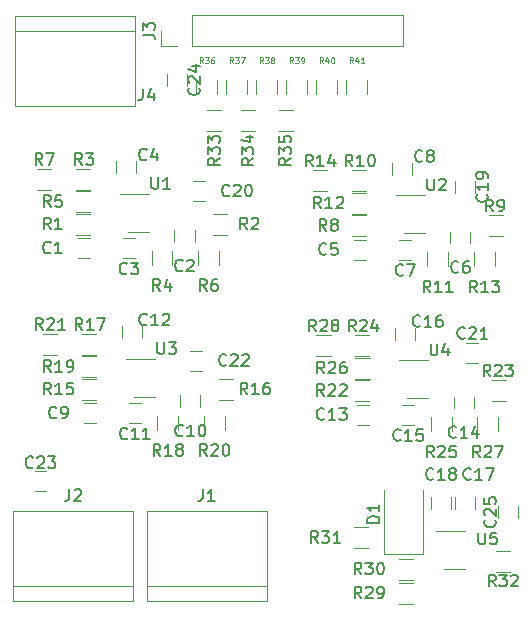
<source format=gbr>
G04 #@! TF.GenerationSoftware,KiCad,Pcbnew,(5.0.0)*
G04 #@! TF.CreationDate,2020-04-28T19:31:03-04:00*
G04 #@! TF.ProjectId,Kyle's Amp,4B796C65277320416D702E6B69636164,rev?*
G04 #@! TF.SameCoordinates,Original*
G04 #@! TF.FileFunction,Legend,Top*
G04 #@! TF.FilePolarity,Positive*
%FSLAX46Y46*%
G04 Gerber Fmt 4.6, Leading zero omitted, Abs format (unit mm)*
G04 Created by KiCad (PCBNEW (5.0.0)) date 04/28/20 19:31:03*
%MOMM*%
%LPD*%
G01*
G04 APERTURE LIST*
%ADD10C,0.120000*%
%ADD11C,0.150000*%
%ADD12C,0.125000*%
G04 APERTURE END LIST*
D10*
G04 #@! TO.C,C15*
X139447000Y-102782000D02*
X138447000Y-102782000D01*
X138447000Y-104482000D02*
X139447000Y-104482000D01*
G04 #@! TO.C,U4*
X138868000Y-102255000D02*
X140668000Y-102255000D01*
X140668000Y-99035000D02*
X138218000Y-99035000D01*
G04 #@! TO.C,R28*
X132390000Y-98670000D02*
X131190000Y-98670000D01*
X131190000Y-96910000D02*
X132390000Y-96910000D01*
G04 #@! TO.C,R23*
X146049000Y-100720000D02*
X147249000Y-100720000D01*
X147249000Y-102480000D02*
X146049000Y-102480000D01*
G04 #@! TO.C,C13*
X135653000Y-102782000D02*
X134653000Y-102782000D01*
X134653000Y-104482000D02*
X135653000Y-104482000D01*
G04 #@! TO.C,R27*
X144814000Y-105055000D02*
X144814000Y-103855000D01*
X146574000Y-103855000D02*
X146574000Y-105055000D01*
G04 #@! TO.C,R24*
X134487000Y-96910000D02*
X135687000Y-96910000D01*
X135687000Y-98670000D02*
X134487000Y-98670000D01*
G04 #@! TO.C,C16*
X139559000Y-97290000D02*
X139559000Y-96290000D01*
X137859000Y-96290000D02*
X137859000Y-97290000D01*
G04 #@! TO.C,R22*
X134487000Y-100720000D02*
X135687000Y-100720000D01*
X135687000Y-102480000D02*
X134487000Y-102480000D01*
G04 #@! TO.C,R25*
X142637000Y-103855000D02*
X142637000Y-105055000D01*
X140877000Y-105055000D02*
X140877000Y-103855000D01*
G04 #@! TO.C,R26*
X134492000Y-98815000D02*
X135692000Y-98815000D01*
X135692000Y-100575000D02*
X134492000Y-100575000D01*
G04 #@! TO.C,C14*
X144512000Y-103100000D02*
X144512000Y-102100000D01*
X142812000Y-102100000D02*
X142812000Y-103100000D01*
G04 #@! TO.C,C11*
X115308000Y-104355000D02*
X116308000Y-104355000D01*
X116308000Y-102655000D02*
X115308000Y-102655000D01*
G04 #@! TO.C,C10*
X119673000Y-101973000D02*
X119673000Y-102973000D01*
X121373000Y-102973000D02*
X121373000Y-101973000D01*
G04 #@! TO.C,R19*
X112553000Y-100448000D02*
X111353000Y-100448000D01*
X111353000Y-98688000D02*
X112553000Y-98688000D01*
G04 #@! TO.C,C9*
X111514000Y-104355000D02*
X112514000Y-104355000D01*
X112514000Y-102655000D02*
X111514000Y-102655000D01*
G04 #@! TO.C,R15*
X112548000Y-102353000D02*
X111348000Y-102353000D01*
X111348000Y-100593000D02*
X112548000Y-100593000D01*
G04 #@! TO.C,R18*
X117738000Y-104928000D02*
X117738000Y-103728000D01*
X119498000Y-103728000D02*
X119498000Y-104928000D01*
G04 #@! TO.C,R21*
X108051000Y-96783000D02*
X109251000Y-96783000D01*
X109251000Y-98543000D02*
X108051000Y-98543000D01*
G04 #@! TO.C,R20*
X123435000Y-103728000D02*
X123435000Y-104928000D01*
X121675000Y-104928000D02*
X121675000Y-103728000D01*
G04 #@! TO.C,R17*
X112548000Y-98543000D02*
X111348000Y-98543000D01*
X111348000Y-96783000D02*
X112548000Y-96783000D01*
G04 #@! TO.C,C12*
X114720000Y-96163000D02*
X114720000Y-97163000D01*
X116420000Y-97163000D02*
X116420000Y-96163000D01*
G04 #@! TO.C,R16*
X124110000Y-102353000D02*
X122910000Y-102353000D01*
X122910000Y-100593000D02*
X124110000Y-100593000D01*
G04 #@! TO.C,U3*
X117529000Y-98908000D02*
X115079000Y-98908000D01*
X115729000Y-102128000D02*
X117529000Y-102128000D01*
G04 #@! TO.C,C7*
X139168000Y-88812000D02*
X138168000Y-88812000D01*
X138168000Y-90512000D02*
X139168000Y-90512000D01*
G04 #@! TO.C,C6*
X144233000Y-89130000D02*
X144233000Y-88130000D01*
X142533000Y-88130000D02*
X142533000Y-89130000D01*
G04 #@! TO.C,C8*
X139280000Y-83320000D02*
X139280000Y-82320000D01*
X137580000Y-82320000D02*
X137580000Y-83320000D01*
G04 #@! TO.C,C5*
X135374000Y-88812000D02*
X134374000Y-88812000D01*
X134374000Y-90512000D02*
X135374000Y-90512000D01*
G04 #@! TO.C,U2*
X138589000Y-88285000D02*
X140389000Y-88285000D01*
X140389000Y-85065000D02*
X137939000Y-85065000D01*
G04 #@! TO.C,R14*
X132111000Y-84700000D02*
X130911000Y-84700000D01*
X130911000Y-82940000D02*
X132111000Y-82940000D01*
G04 #@! TO.C,R10*
X134208000Y-82940000D02*
X135408000Y-82940000D01*
X135408000Y-84700000D02*
X134208000Y-84700000D01*
G04 #@! TO.C,R11*
X142358000Y-89885000D02*
X142358000Y-91085000D01*
X140598000Y-91085000D02*
X140598000Y-89885000D01*
G04 #@! TO.C,R8*
X134208000Y-86750000D02*
X135408000Y-86750000D01*
X135408000Y-88510000D02*
X134208000Y-88510000D01*
G04 #@! TO.C,R9*
X145770000Y-86750000D02*
X146970000Y-86750000D01*
X146970000Y-88510000D02*
X145770000Y-88510000D01*
G04 #@! TO.C,R12*
X134213000Y-84845000D02*
X135413000Y-84845000D01*
X135413000Y-86605000D02*
X134213000Y-86605000D01*
G04 #@! TO.C,R13*
X144535000Y-91085000D02*
X144535000Y-89885000D01*
X146295000Y-89885000D02*
X146295000Y-91085000D01*
G04 #@! TO.C,R1*
X112050000Y-88383000D02*
X110850000Y-88383000D01*
X110850000Y-86623000D02*
X112050000Y-86623000D01*
G04 #@! TO.C,R2*
X123612000Y-88383000D02*
X122412000Y-88383000D01*
X122412000Y-86623000D02*
X123612000Y-86623000D01*
G04 #@! TO.C,R3*
X112050000Y-84573000D02*
X110850000Y-84573000D01*
X110850000Y-82813000D02*
X112050000Y-82813000D01*
G04 #@! TO.C,R4*
X117240000Y-90958000D02*
X117240000Y-89758000D01*
X119000000Y-89758000D02*
X119000000Y-90958000D01*
G04 #@! TO.C,R5*
X112055000Y-86478000D02*
X110855000Y-86478000D01*
X110855000Y-84718000D02*
X112055000Y-84718000D01*
G04 #@! TO.C,R6*
X122937000Y-89758000D02*
X122937000Y-90958000D01*
X121177000Y-90958000D02*
X121177000Y-89758000D01*
G04 #@! TO.C,R7*
X107553000Y-82813000D02*
X108753000Y-82813000D01*
X108753000Y-84573000D02*
X107553000Y-84573000D01*
G04 #@! TO.C,U1*
X117031000Y-84938000D02*
X114581000Y-84938000D01*
X115231000Y-88158000D02*
X117031000Y-88158000D01*
G04 #@! TO.C,C1*
X111016000Y-90385000D02*
X112016000Y-90385000D01*
X112016000Y-88685000D02*
X111016000Y-88685000D01*
G04 #@! TO.C,C2*
X119175000Y-88003000D02*
X119175000Y-89003000D01*
X120875000Y-89003000D02*
X120875000Y-88003000D01*
G04 #@! TO.C,C3*
X114810000Y-90385000D02*
X115810000Y-90385000D01*
X115810000Y-88685000D02*
X114810000Y-88685000D01*
G04 #@! TO.C,C4*
X114222000Y-82193000D02*
X114222000Y-83193000D01*
X115922000Y-83193000D02*
X115922000Y-82193000D01*
G04 #@! TO.C,C17*
X144614000Y-111625000D02*
X144614000Y-110625000D01*
X142914000Y-110625000D02*
X142914000Y-111625000D01*
G04 #@! TO.C,C18*
X140882000Y-110641000D02*
X140882000Y-111641000D01*
X142582000Y-111641000D02*
X142582000Y-110641000D01*
G04 #@! TO.C,D1*
X136907000Y-115446000D02*
X136907000Y-110046000D01*
X140207000Y-115446000D02*
X140207000Y-110046000D01*
X136907000Y-115446000D02*
X140207000Y-115446000D01*
G04 #@! TO.C,R29*
X139350000Y-119625000D02*
X138150000Y-119625000D01*
X138150000Y-117865000D02*
X139350000Y-117865000D01*
G04 #@! TO.C,R30*
X139350000Y-117593000D02*
X138150000Y-117593000D01*
X138150000Y-115833000D02*
X139350000Y-115833000D01*
G04 #@! TO.C,R31*
X134340000Y-113166000D02*
X135540000Y-113166000D01*
X135540000Y-114926000D02*
X134340000Y-114926000D01*
G04 #@! TO.C,R32*
X146400000Y-115198000D02*
X147600000Y-115198000D01*
X147600000Y-116958000D02*
X146400000Y-116958000D01*
G04 #@! TO.C,U5*
X143775000Y-113452000D02*
X141325000Y-113452000D01*
X141975000Y-116672000D02*
X143775000Y-116672000D01*
G04 #@! TO.C,C19*
X142914000Y-83844000D02*
X142914000Y-84844000D01*
X144614000Y-84844000D02*
X144614000Y-83844000D01*
G04 #@! TO.C,C20*
X120785000Y-85559000D02*
X121785000Y-85559000D01*
X121785000Y-83859000D02*
X120785000Y-83859000D01*
G04 #@! TO.C,C21*
X144883000Y-97575000D02*
X143883000Y-97575000D01*
X143883000Y-99275000D02*
X144883000Y-99275000D01*
G04 #@! TO.C,C22*
X121515000Y-98210000D02*
X120515000Y-98210000D01*
X120515000Y-99910000D02*
X121515000Y-99910000D01*
G04 #@! TO.C,C23*
X108339000Y-108370000D02*
X107339000Y-108370000D01*
X107339000Y-110070000D02*
X108339000Y-110070000D01*
G04 #@! TO.C,C24*
X118530000Y-74795000D02*
X118530000Y-75795000D01*
X120230000Y-75795000D02*
X120230000Y-74795000D01*
G04 #@! TO.C,C25*
X146597000Y-111403000D02*
X146597000Y-112403000D01*
X148297000Y-112403000D02*
X148297000Y-111403000D01*
G04 #@! TO.C,J2*
X115697000Y-118110000D02*
X105537000Y-118110000D01*
X115697000Y-119380000D02*
X115697000Y-111760000D01*
X115697000Y-111760000D02*
X105537000Y-111760000D01*
X105537000Y-111760000D02*
X105537000Y-119380000D01*
X105537000Y-119380000D02*
X115697000Y-119380000D01*
G04 #@! TO.C,J3*
X118050000Y-72450000D02*
X118050000Y-71120000D01*
X119380000Y-72450000D02*
X118050000Y-72450000D01*
X120650000Y-72450000D02*
X120650000Y-69790000D01*
X120650000Y-69790000D02*
X138490000Y-69790000D01*
X120650000Y-72450000D02*
X138490000Y-72450000D01*
X138490000Y-72450000D02*
X138490000Y-69790000D01*
G04 #@! TO.C,J4*
X115824000Y-69850000D02*
X105664000Y-69850000D01*
X115824000Y-77470000D02*
X115824000Y-69850000D01*
X105664000Y-77470000D02*
X115824000Y-77470000D01*
X105664000Y-69850000D02*
X105664000Y-77470000D01*
X105664000Y-71120000D02*
X115824000Y-71120000D01*
G04 #@! TO.C,R33*
X123155000Y-79620000D02*
X121955000Y-79620000D01*
X121955000Y-77860000D02*
X123155000Y-77860000D01*
G04 #@! TO.C,R34*
X124810000Y-77860000D02*
X126010000Y-77860000D01*
X126010000Y-79620000D02*
X124810000Y-79620000D01*
G04 #@! TO.C,R35*
X129190000Y-79620000D02*
X127990000Y-79620000D01*
X127990000Y-77860000D02*
X129190000Y-77860000D01*
G04 #@! TO.C,R36*
X121040000Y-76480000D02*
X121040000Y-75280000D01*
X122800000Y-75280000D02*
X122800000Y-76480000D01*
G04 #@! TO.C,R37*
X125340000Y-75280000D02*
X125340000Y-76480000D01*
X123580000Y-76480000D02*
X123580000Y-75280000D01*
G04 #@! TO.C,R38*
X126120000Y-76480000D02*
X126120000Y-75280000D01*
X127880000Y-75280000D02*
X127880000Y-76480000D01*
G04 #@! TO.C,R39*
X130420000Y-75280000D02*
X130420000Y-76480000D01*
X128660000Y-76480000D02*
X128660000Y-75280000D01*
G04 #@! TO.C,R40*
X132960000Y-75280000D02*
X132960000Y-76480000D01*
X131200000Y-76480000D02*
X131200000Y-75280000D01*
G04 #@! TO.C,R41*
X133740000Y-76480000D02*
X133740000Y-75280000D01*
X135500000Y-75280000D02*
X135500000Y-76480000D01*
G04 #@! TO.C,J1*
X116840000Y-119380000D02*
X127000000Y-119380000D01*
X116840000Y-111760000D02*
X116840000Y-119380000D01*
X127000000Y-111760000D02*
X116840000Y-111760000D01*
X127000000Y-119380000D02*
X127000000Y-111760000D01*
X127000000Y-118110000D02*
X116840000Y-118110000D01*
G04 #@! TO.C,C15*
D11*
X138320142Y-105767142D02*
X138272523Y-105814761D01*
X138129666Y-105862380D01*
X138034428Y-105862380D01*
X137891571Y-105814761D01*
X137796333Y-105719523D01*
X137748714Y-105624285D01*
X137701095Y-105433809D01*
X137701095Y-105290952D01*
X137748714Y-105100476D01*
X137796333Y-105005238D01*
X137891571Y-104910000D01*
X138034428Y-104862380D01*
X138129666Y-104862380D01*
X138272523Y-104910000D01*
X138320142Y-104957619D01*
X139272523Y-105862380D02*
X138701095Y-105862380D01*
X138986809Y-105862380D02*
X138986809Y-104862380D01*
X138891571Y-105005238D01*
X138796333Y-105100476D01*
X138701095Y-105148095D01*
X140177285Y-104862380D02*
X139701095Y-104862380D01*
X139653476Y-105338571D01*
X139701095Y-105290952D01*
X139796333Y-105243333D01*
X140034428Y-105243333D01*
X140129666Y-105290952D01*
X140177285Y-105338571D01*
X140224904Y-105433809D01*
X140224904Y-105671904D01*
X140177285Y-105767142D01*
X140129666Y-105814761D01*
X140034428Y-105862380D01*
X139796333Y-105862380D01*
X139701095Y-105814761D01*
X139653476Y-105767142D01*
G04 #@! TO.C,U4*
X140868095Y-97623380D02*
X140868095Y-98432904D01*
X140915714Y-98528142D01*
X140963333Y-98575761D01*
X141058571Y-98623380D01*
X141249047Y-98623380D01*
X141344285Y-98575761D01*
X141391904Y-98528142D01*
X141439523Y-98432904D01*
X141439523Y-97623380D01*
X142344285Y-97956714D02*
X142344285Y-98623380D01*
X142106190Y-97575761D02*
X141868095Y-98290047D01*
X142487142Y-98290047D01*
G04 #@! TO.C,R28*
X131147142Y-96592380D02*
X130813809Y-96116190D01*
X130575714Y-96592380D02*
X130575714Y-95592380D01*
X130956666Y-95592380D01*
X131051904Y-95640000D01*
X131099523Y-95687619D01*
X131147142Y-95782857D01*
X131147142Y-95925714D01*
X131099523Y-96020952D01*
X131051904Y-96068571D01*
X130956666Y-96116190D01*
X130575714Y-96116190D01*
X131528095Y-95687619D02*
X131575714Y-95640000D01*
X131670952Y-95592380D01*
X131909047Y-95592380D01*
X132004285Y-95640000D01*
X132051904Y-95687619D01*
X132099523Y-95782857D01*
X132099523Y-95878095D01*
X132051904Y-96020952D01*
X131480476Y-96592380D01*
X132099523Y-96592380D01*
X132670952Y-96020952D02*
X132575714Y-95973333D01*
X132528095Y-95925714D01*
X132480476Y-95830476D01*
X132480476Y-95782857D01*
X132528095Y-95687619D01*
X132575714Y-95640000D01*
X132670952Y-95592380D01*
X132861428Y-95592380D01*
X132956666Y-95640000D01*
X133004285Y-95687619D01*
X133051904Y-95782857D01*
X133051904Y-95830476D01*
X133004285Y-95925714D01*
X132956666Y-95973333D01*
X132861428Y-96020952D01*
X132670952Y-96020952D01*
X132575714Y-96068571D01*
X132528095Y-96116190D01*
X132480476Y-96211428D01*
X132480476Y-96401904D01*
X132528095Y-96497142D01*
X132575714Y-96544761D01*
X132670952Y-96592380D01*
X132861428Y-96592380D01*
X132956666Y-96544761D01*
X133004285Y-96497142D01*
X133051904Y-96401904D01*
X133051904Y-96211428D01*
X133004285Y-96116190D01*
X132956666Y-96068571D01*
X132861428Y-96020952D01*
G04 #@! TO.C,R23*
X145915142Y-100401380D02*
X145581809Y-99925190D01*
X145343714Y-100401380D02*
X145343714Y-99401380D01*
X145724666Y-99401380D01*
X145819904Y-99449000D01*
X145867523Y-99496619D01*
X145915142Y-99591857D01*
X145915142Y-99734714D01*
X145867523Y-99829952D01*
X145819904Y-99877571D01*
X145724666Y-99925190D01*
X145343714Y-99925190D01*
X146296095Y-99496619D02*
X146343714Y-99449000D01*
X146438952Y-99401380D01*
X146677047Y-99401380D01*
X146772285Y-99449000D01*
X146819904Y-99496619D01*
X146867523Y-99591857D01*
X146867523Y-99687095D01*
X146819904Y-99829952D01*
X146248476Y-100401380D01*
X146867523Y-100401380D01*
X147200857Y-99401380D02*
X147819904Y-99401380D01*
X147486571Y-99782333D01*
X147629428Y-99782333D01*
X147724666Y-99829952D01*
X147772285Y-99877571D01*
X147819904Y-99972809D01*
X147819904Y-100210904D01*
X147772285Y-100306142D01*
X147724666Y-100353761D01*
X147629428Y-100401380D01*
X147343714Y-100401380D01*
X147248476Y-100353761D01*
X147200857Y-100306142D01*
G04 #@! TO.C,C13*
X131843142Y-103989142D02*
X131795523Y-104036761D01*
X131652666Y-104084380D01*
X131557428Y-104084380D01*
X131414571Y-104036761D01*
X131319333Y-103941523D01*
X131271714Y-103846285D01*
X131224095Y-103655809D01*
X131224095Y-103512952D01*
X131271714Y-103322476D01*
X131319333Y-103227238D01*
X131414571Y-103132000D01*
X131557428Y-103084380D01*
X131652666Y-103084380D01*
X131795523Y-103132000D01*
X131843142Y-103179619D01*
X132795523Y-104084380D02*
X132224095Y-104084380D01*
X132509809Y-104084380D02*
X132509809Y-103084380D01*
X132414571Y-103227238D01*
X132319333Y-103322476D01*
X132224095Y-103370095D01*
X133128857Y-103084380D02*
X133747904Y-103084380D01*
X133414571Y-103465333D01*
X133557428Y-103465333D01*
X133652666Y-103512952D01*
X133700285Y-103560571D01*
X133747904Y-103655809D01*
X133747904Y-103893904D01*
X133700285Y-103989142D01*
X133652666Y-104036761D01*
X133557428Y-104084380D01*
X133271714Y-104084380D01*
X133176476Y-104036761D01*
X133128857Y-103989142D01*
G04 #@! TO.C,R27*
X145051142Y-107259380D02*
X144717809Y-106783190D01*
X144479714Y-107259380D02*
X144479714Y-106259380D01*
X144860666Y-106259380D01*
X144955904Y-106307000D01*
X145003523Y-106354619D01*
X145051142Y-106449857D01*
X145051142Y-106592714D01*
X145003523Y-106687952D01*
X144955904Y-106735571D01*
X144860666Y-106783190D01*
X144479714Y-106783190D01*
X145432095Y-106354619D02*
X145479714Y-106307000D01*
X145574952Y-106259380D01*
X145813047Y-106259380D01*
X145908285Y-106307000D01*
X145955904Y-106354619D01*
X146003523Y-106449857D01*
X146003523Y-106545095D01*
X145955904Y-106687952D01*
X145384476Y-107259380D01*
X146003523Y-107259380D01*
X146336857Y-106259380D02*
X147003523Y-106259380D01*
X146574952Y-107259380D01*
G04 #@! TO.C,R24*
X134510142Y-96591380D02*
X134176809Y-96115190D01*
X133938714Y-96591380D02*
X133938714Y-95591380D01*
X134319666Y-95591380D01*
X134414904Y-95639000D01*
X134462523Y-95686619D01*
X134510142Y-95781857D01*
X134510142Y-95924714D01*
X134462523Y-96019952D01*
X134414904Y-96067571D01*
X134319666Y-96115190D01*
X133938714Y-96115190D01*
X134891095Y-95686619D02*
X134938714Y-95639000D01*
X135033952Y-95591380D01*
X135272047Y-95591380D01*
X135367285Y-95639000D01*
X135414904Y-95686619D01*
X135462523Y-95781857D01*
X135462523Y-95877095D01*
X135414904Y-96019952D01*
X134843476Y-96591380D01*
X135462523Y-96591380D01*
X136319666Y-95924714D02*
X136319666Y-96591380D01*
X136081571Y-95543761D02*
X135843476Y-96258047D01*
X136462523Y-96258047D01*
G04 #@! TO.C,C16*
X139971142Y-96115142D02*
X139923523Y-96162761D01*
X139780666Y-96210380D01*
X139685428Y-96210380D01*
X139542571Y-96162761D01*
X139447333Y-96067523D01*
X139399714Y-95972285D01*
X139352095Y-95781809D01*
X139352095Y-95638952D01*
X139399714Y-95448476D01*
X139447333Y-95353238D01*
X139542571Y-95258000D01*
X139685428Y-95210380D01*
X139780666Y-95210380D01*
X139923523Y-95258000D01*
X139971142Y-95305619D01*
X140923523Y-96210380D02*
X140352095Y-96210380D01*
X140637809Y-96210380D02*
X140637809Y-95210380D01*
X140542571Y-95353238D01*
X140447333Y-95448476D01*
X140352095Y-95496095D01*
X141780666Y-95210380D02*
X141590190Y-95210380D01*
X141494952Y-95258000D01*
X141447333Y-95305619D01*
X141352095Y-95448476D01*
X141304476Y-95638952D01*
X141304476Y-96019904D01*
X141352095Y-96115142D01*
X141399714Y-96162761D01*
X141494952Y-96210380D01*
X141685428Y-96210380D01*
X141780666Y-96162761D01*
X141828285Y-96115142D01*
X141875904Y-96019904D01*
X141875904Y-95781809D01*
X141828285Y-95686571D01*
X141780666Y-95638952D01*
X141685428Y-95591333D01*
X141494952Y-95591333D01*
X141399714Y-95638952D01*
X141352095Y-95686571D01*
X141304476Y-95781809D01*
G04 #@! TO.C,R22*
X131843142Y-102052380D02*
X131509809Y-101576190D01*
X131271714Y-102052380D02*
X131271714Y-101052380D01*
X131652666Y-101052380D01*
X131747904Y-101100000D01*
X131795523Y-101147619D01*
X131843142Y-101242857D01*
X131843142Y-101385714D01*
X131795523Y-101480952D01*
X131747904Y-101528571D01*
X131652666Y-101576190D01*
X131271714Y-101576190D01*
X132224095Y-101147619D02*
X132271714Y-101100000D01*
X132366952Y-101052380D01*
X132605047Y-101052380D01*
X132700285Y-101100000D01*
X132747904Y-101147619D01*
X132795523Y-101242857D01*
X132795523Y-101338095D01*
X132747904Y-101480952D01*
X132176476Y-102052380D01*
X132795523Y-102052380D01*
X133176476Y-101147619D02*
X133224095Y-101100000D01*
X133319333Y-101052380D01*
X133557428Y-101052380D01*
X133652666Y-101100000D01*
X133700285Y-101147619D01*
X133747904Y-101242857D01*
X133747904Y-101338095D01*
X133700285Y-101480952D01*
X133128857Y-102052380D01*
X133747904Y-102052380D01*
G04 #@! TO.C,R25*
X141114142Y-107259380D02*
X140780809Y-106783190D01*
X140542714Y-107259380D02*
X140542714Y-106259380D01*
X140923666Y-106259380D01*
X141018904Y-106307000D01*
X141066523Y-106354619D01*
X141114142Y-106449857D01*
X141114142Y-106592714D01*
X141066523Y-106687952D01*
X141018904Y-106735571D01*
X140923666Y-106783190D01*
X140542714Y-106783190D01*
X141495095Y-106354619D02*
X141542714Y-106307000D01*
X141637952Y-106259380D01*
X141876047Y-106259380D01*
X141971285Y-106307000D01*
X142018904Y-106354619D01*
X142066523Y-106449857D01*
X142066523Y-106545095D01*
X142018904Y-106687952D01*
X141447476Y-107259380D01*
X142066523Y-107259380D01*
X142971285Y-106259380D02*
X142495095Y-106259380D01*
X142447476Y-106735571D01*
X142495095Y-106687952D01*
X142590333Y-106640333D01*
X142828428Y-106640333D01*
X142923666Y-106687952D01*
X142971285Y-106735571D01*
X143018904Y-106830809D01*
X143018904Y-107068904D01*
X142971285Y-107164142D01*
X142923666Y-107211761D01*
X142828428Y-107259380D01*
X142590333Y-107259380D01*
X142495095Y-107211761D01*
X142447476Y-107164142D01*
G04 #@! TO.C,R26*
X131843142Y-100147380D02*
X131509809Y-99671190D01*
X131271714Y-100147380D02*
X131271714Y-99147380D01*
X131652666Y-99147380D01*
X131747904Y-99195000D01*
X131795523Y-99242619D01*
X131843142Y-99337857D01*
X131843142Y-99480714D01*
X131795523Y-99575952D01*
X131747904Y-99623571D01*
X131652666Y-99671190D01*
X131271714Y-99671190D01*
X132224095Y-99242619D02*
X132271714Y-99195000D01*
X132366952Y-99147380D01*
X132605047Y-99147380D01*
X132700285Y-99195000D01*
X132747904Y-99242619D01*
X132795523Y-99337857D01*
X132795523Y-99433095D01*
X132747904Y-99575952D01*
X132176476Y-100147380D01*
X132795523Y-100147380D01*
X133652666Y-99147380D02*
X133462190Y-99147380D01*
X133366952Y-99195000D01*
X133319333Y-99242619D01*
X133224095Y-99385476D01*
X133176476Y-99575952D01*
X133176476Y-99956904D01*
X133224095Y-100052142D01*
X133271714Y-100099761D01*
X133366952Y-100147380D01*
X133557428Y-100147380D01*
X133652666Y-100099761D01*
X133700285Y-100052142D01*
X133747904Y-99956904D01*
X133747904Y-99718809D01*
X133700285Y-99623571D01*
X133652666Y-99575952D01*
X133557428Y-99528333D01*
X133366952Y-99528333D01*
X133271714Y-99575952D01*
X133224095Y-99623571D01*
X133176476Y-99718809D01*
G04 #@! TO.C,C14*
X143019142Y-105513142D02*
X142971523Y-105560761D01*
X142828666Y-105608380D01*
X142733428Y-105608380D01*
X142590571Y-105560761D01*
X142495333Y-105465523D01*
X142447714Y-105370285D01*
X142400095Y-105179809D01*
X142400095Y-105036952D01*
X142447714Y-104846476D01*
X142495333Y-104751238D01*
X142590571Y-104656000D01*
X142733428Y-104608380D01*
X142828666Y-104608380D01*
X142971523Y-104656000D01*
X143019142Y-104703619D01*
X143971523Y-105608380D02*
X143400095Y-105608380D01*
X143685809Y-105608380D02*
X143685809Y-104608380D01*
X143590571Y-104751238D01*
X143495333Y-104846476D01*
X143400095Y-104894095D01*
X144828666Y-104941714D02*
X144828666Y-105608380D01*
X144590571Y-104560761D02*
X144352476Y-105275047D01*
X144971523Y-105275047D01*
G04 #@! TO.C,C11*
X115181142Y-105640142D02*
X115133523Y-105687761D01*
X114990666Y-105735380D01*
X114895428Y-105735380D01*
X114752571Y-105687761D01*
X114657333Y-105592523D01*
X114609714Y-105497285D01*
X114562095Y-105306809D01*
X114562095Y-105163952D01*
X114609714Y-104973476D01*
X114657333Y-104878238D01*
X114752571Y-104783000D01*
X114895428Y-104735380D01*
X114990666Y-104735380D01*
X115133523Y-104783000D01*
X115181142Y-104830619D01*
X116133523Y-105735380D02*
X115562095Y-105735380D01*
X115847809Y-105735380D02*
X115847809Y-104735380D01*
X115752571Y-104878238D01*
X115657333Y-104973476D01*
X115562095Y-105021095D01*
X117085904Y-105735380D02*
X116514476Y-105735380D01*
X116800190Y-105735380D02*
X116800190Y-104735380D01*
X116704952Y-104878238D01*
X116609714Y-104973476D01*
X116514476Y-105021095D01*
G04 #@! TO.C,C10*
X119880142Y-105386142D02*
X119832523Y-105433761D01*
X119689666Y-105481380D01*
X119594428Y-105481380D01*
X119451571Y-105433761D01*
X119356333Y-105338523D01*
X119308714Y-105243285D01*
X119261095Y-105052809D01*
X119261095Y-104909952D01*
X119308714Y-104719476D01*
X119356333Y-104624238D01*
X119451571Y-104529000D01*
X119594428Y-104481380D01*
X119689666Y-104481380D01*
X119832523Y-104529000D01*
X119880142Y-104576619D01*
X120832523Y-105481380D02*
X120261095Y-105481380D01*
X120546809Y-105481380D02*
X120546809Y-104481380D01*
X120451571Y-104624238D01*
X120356333Y-104719476D01*
X120261095Y-104767095D01*
X121451571Y-104481380D02*
X121546809Y-104481380D01*
X121642047Y-104529000D01*
X121689666Y-104576619D01*
X121737285Y-104671857D01*
X121784904Y-104862333D01*
X121784904Y-105100428D01*
X121737285Y-105290904D01*
X121689666Y-105386142D01*
X121642047Y-105433761D01*
X121546809Y-105481380D01*
X121451571Y-105481380D01*
X121356333Y-105433761D01*
X121308714Y-105386142D01*
X121261095Y-105290904D01*
X121213476Y-105100428D01*
X121213476Y-104862333D01*
X121261095Y-104671857D01*
X121308714Y-104576619D01*
X121356333Y-104529000D01*
X121451571Y-104481380D01*
G04 #@! TO.C,R19*
X108704142Y-100020380D02*
X108370809Y-99544190D01*
X108132714Y-100020380D02*
X108132714Y-99020380D01*
X108513666Y-99020380D01*
X108608904Y-99068000D01*
X108656523Y-99115619D01*
X108704142Y-99210857D01*
X108704142Y-99353714D01*
X108656523Y-99448952D01*
X108608904Y-99496571D01*
X108513666Y-99544190D01*
X108132714Y-99544190D01*
X109656523Y-100020380D02*
X109085095Y-100020380D01*
X109370809Y-100020380D02*
X109370809Y-99020380D01*
X109275571Y-99163238D01*
X109180333Y-99258476D01*
X109085095Y-99306095D01*
X110132714Y-100020380D02*
X110323190Y-100020380D01*
X110418428Y-99972761D01*
X110466047Y-99925142D01*
X110561285Y-99782285D01*
X110608904Y-99591809D01*
X110608904Y-99210857D01*
X110561285Y-99115619D01*
X110513666Y-99068000D01*
X110418428Y-99020380D01*
X110227952Y-99020380D01*
X110132714Y-99068000D01*
X110085095Y-99115619D01*
X110037476Y-99210857D01*
X110037476Y-99448952D01*
X110085095Y-99544190D01*
X110132714Y-99591809D01*
X110227952Y-99639428D01*
X110418428Y-99639428D01*
X110513666Y-99591809D01*
X110561285Y-99544190D01*
X110608904Y-99448952D01*
G04 #@! TO.C,C9*
X109180333Y-103862142D02*
X109132714Y-103909761D01*
X108989857Y-103957380D01*
X108894619Y-103957380D01*
X108751761Y-103909761D01*
X108656523Y-103814523D01*
X108608904Y-103719285D01*
X108561285Y-103528809D01*
X108561285Y-103385952D01*
X108608904Y-103195476D01*
X108656523Y-103100238D01*
X108751761Y-103005000D01*
X108894619Y-102957380D01*
X108989857Y-102957380D01*
X109132714Y-103005000D01*
X109180333Y-103052619D01*
X109656523Y-103957380D02*
X109847000Y-103957380D01*
X109942238Y-103909761D01*
X109989857Y-103862142D01*
X110085095Y-103719285D01*
X110132714Y-103528809D01*
X110132714Y-103147857D01*
X110085095Y-103052619D01*
X110037476Y-103005000D01*
X109942238Y-102957380D01*
X109751761Y-102957380D01*
X109656523Y-103005000D01*
X109608904Y-103052619D01*
X109561285Y-103147857D01*
X109561285Y-103385952D01*
X109608904Y-103481190D01*
X109656523Y-103528809D01*
X109751761Y-103576428D01*
X109942238Y-103576428D01*
X110037476Y-103528809D01*
X110085095Y-103481190D01*
X110132714Y-103385952D01*
G04 #@! TO.C,R15*
X108704142Y-101925380D02*
X108370809Y-101449190D01*
X108132714Y-101925380D02*
X108132714Y-100925380D01*
X108513666Y-100925380D01*
X108608904Y-100973000D01*
X108656523Y-101020619D01*
X108704142Y-101115857D01*
X108704142Y-101258714D01*
X108656523Y-101353952D01*
X108608904Y-101401571D01*
X108513666Y-101449190D01*
X108132714Y-101449190D01*
X109656523Y-101925380D02*
X109085095Y-101925380D01*
X109370809Y-101925380D02*
X109370809Y-100925380D01*
X109275571Y-101068238D01*
X109180333Y-101163476D01*
X109085095Y-101211095D01*
X110561285Y-100925380D02*
X110085095Y-100925380D01*
X110037476Y-101401571D01*
X110085095Y-101353952D01*
X110180333Y-101306333D01*
X110418428Y-101306333D01*
X110513666Y-101353952D01*
X110561285Y-101401571D01*
X110608904Y-101496809D01*
X110608904Y-101734904D01*
X110561285Y-101830142D01*
X110513666Y-101877761D01*
X110418428Y-101925380D01*
X110180333Y-101925380D01*
X110085095Y-101877761D01*
X110037476Y-101830142D01*
G04 #@! TO.C,R18*
X117975142Y-107132380D02*
X117641809Y-106656190D01*
X117403714Y-107132380D02*
X117403714Y-106132380D01*
X117784666Y-106132380D01*
X117879904Y-106180000D01*
X117927523Y-106227619D01*
X117975142Y-106322857D01*
X117975142Y-106465714D01*
X117927523Y-106560952D01*
X117879904Y-106608571D01*
X117784666Y-106656190D01*
X117403714Y-106656190D01*
X118927523Y-107132380D02*
X118356095Y-107132380D01*
X118641809Y-107132380D02*
X118641809Y-106132380D01*
X118546571Y-106275238D01*
X118451333Y-106370476D01*
X118356095Y-106418095D01*
X119498952Y-106560952D02*
X119403714Y-106513333D01*
X119356095Y-106465714D01*
X119308476Y-106370476D01*
X119308476Y-106322857D01*
X119356095Y-106227619D01*
X119403714Y-106180000D01*
X119498952Y-106132380D01*
X119689428Y-106132380D01*
X119784666Y-106180000D01*
X119832285Y-106227619D01*
X119879904Y-106322857D01*
X119879904Y-106370476D01*
X119832285Y-106465714D01*
X119784666Y-106513333D01*
X119689428Y-106560952D01*
X119498952Y-106560952D01*
X119403714Y-106608571D01*
X119356095Y-106656190D01*
X119308476Y-106751428D01*
X119308476Y-106941904D01*
X119356095Y-107037142D01*
X119403714Y-107084761D01*
X119498952Y-107132380D01*
X119689428Y-107132380D01*
X119784666Y-107084761D01*
X119832285Y-107037142D01*
X119879904Y-106941904D01*
X119879904Y-106751428D01*
X119832285Y-106656190D01*
X119784666Y-106608571D01*
X119689428Y-106560952D01*
G04 #@! TO.C,R21*
X108008142Y-96465380D02*
X107674809Y-95989190D01*
X107436714Y-96465380D02*
X107436714Y-95465380D01*
X107817666Y-95465380D01*
X107912904Y-95513000D01*
X107960523Y-95560619D01*
X108008142Y-95655857D01*
X108008142Y-95798714D01*
X107960523Y-95893952D01*
X107912904Y-95941571D01*
X107817666Y-95989190D01*
X107436714Y-95989190D01*
X108389095Y-95560619D02*
X108436714Y-95513000D01*
X108531952Y-95465380D01*
X108770047Y-95465380D01*
X108865285Y-95513000D01*
X108912904Y-95560619D01*
X108960523Y-95655857D01*
X108960523Y-95751095D01*
X108912904Y-95893952D01*
X108341476Y-96465380D01*
X108960523Y-96465380D01*
X109912904Y-96465380D02*
X109341476Y-96465380D01*
X109627190Y-96465380D02*
X109627190Y-95465380D01*
X109531952Y-95608238D01*
X109436714Y-95703476D01*
X109341476Y-95751095D01*
G04 #@! TO.C,R20*
X121912142Y-107132380D02*
X121578809Y-106656190D01*
X121340714Y-107132380D02*
X121340714Y-106132380D01*
X121721666Y-106132380D01*
X121816904Y-106180000D01*
X121864523Y-106227619D01*
X121912142Y-106322857D01*
X121912142Y-106465714D01*
X121864523Y-106560952D01*
X121816904Y-106608571D01*
X121721666Y-106656190D01*
X121340714Y-106656190D01*
X122293095Y-106227619D02*
X122340714Y-106180000D01*
X122435952Y-106132380D01*
X122674047Y-106132380D01*
X122769285Y-106180000D01*
X122816904Y-106227619D01*
X122864523Y-106322857D01*
X122864523Y-106418095D01*
X122816904Y-106560952D01*
X122245476Y-107132380D01*
X122864523Y-107132380D01*
X123483571Y-106132380D02*
X123578809Y-106132380D01*
X123674047Y-106180000D01*
X123721666Y-106227619D01*
X123769285Y-106322857D01*
X123816904Y-106513333D01*
X123816904Y-106751428D01*
X123769285Y-106941904D01*
X123721666Y-107037142D01*
X123674047Y-107084761D01*
X123578809Y-107132380D01*
X123483571Y-107132380D01*
X123388333Y-107084761D01*
X123340714Y-107037142D01*
X123293095Y-106941904D01*
X123245476Y-106751428D01*
X123245476Y-106513333D01*
X123293095Y-106322857D01*
X123340714Y-106227619D01*
X123388333Y-106180000D01*
X123483571Y-106132380D01*
G04 #@! TO.C,R17*
X111371142Y-96464380D02*
X111037809Y-95988190D01*
X110799714Y-96464380D02*
X110799714Y-95464380D01*
X111180666Y-95464380D01*
X111275904Y-95512000D01*
X111323523Y-95559619D01*
X111371142Y-95654857D01*
X111371142Y-95797714D01*
X111323523Y-95892952D01*
X111275904Y-95940571D01*
X111180666Y-95988190D01*
X110799714Y-95988190D01*
X112323523Y-96464380D02*
X111752095Y-96464380D01*
X112037809Y-96464380D02*
X112037809Y-95464380D01*
X111942571Y-95607238D01*
X111847333Y-95702476D01*
X111752095Y-95750095D01*
X112656857Y-95464380D02*
X113323523Y-95464380D01*
X112894952Y-96464380D01*
G04 #@! TO.C,C12*
X116832142Y-95988142D02*
X116784523Y-96035761D01*
X116641666Y-96083380D01*
X116546428Y-96083380D01*
X116403571Y-96035761D01*
X116308333Y-95940523D01*
X116260714Y-95845285D01*
X116213095Y-95654809D01*
X116213095Y-95511952D01*
X116260714Y-95321476D01*
X116308333Y-95226238D01*
X116403571Y-95131000D01*
X116546428Y-95083380D01*
X116641666Y-95083380D01*
X116784523Y-95131000D01*
X116832142Y-95178619D01*
X117784523Y-96083380D02*
X117213095Y-96083380D01*
X117498809Y-96083380D02*
X117498809Y-95083380D01*
X117403571Y-95226238D01*
X117308333Y-95321476D01*
X117213095Y-95369095D01*
X118165476Y-95178619D02*
X118213095Y-95131000D01*
X118308333Y-95083380D01*
X118546428Y-95083380D01*
X118641666Y-95131000D01*
X118689285Y-95178619D01*
X118736904Y-95273857D01*
X118736904Y-95369095D01*
X118689285Y-95511952D01*
X118117857Y-96083380D01*
X118736904Y-96083380D01*
G04 #@! TO.C,R16*
X125346142Y-101925380D02*
X125012809Y-101449190D01*
X124774714Y-101925380D02*
X124774714Y-100925380D01*
X125155666Y-100925380D01*
X125250904Y-100973000D01*
X125298523Y-101020619D01*
X125346142Y-101115857D01*
X125346142Y-101258714D01*
X125298523Y-101353952D01*
X125250904Y-101401571D01*
X125155666Y-101449190D01*
X124774714Y-101449190D01*
X126298523Y-101925380D02*
X125727095Y-101925380D01*
X126012809Y-101925380D02*
X126012809Y-100925380D01*
X125917571Y-101068238D01*
X125822333Y-101163476D01*
X125727095Y-101211095D01*
X127155666Y-100925380D02*
X126965190Y-100925380D01*
X126869952Y-100973000D01*
X126822333Y-101020619D01*
X126727095Y-101163476D01*
X126679476Y-101353952D01*
X126679476Y-101734904D01*
X126727095Y-101830142D01*
X126774714Y-101877761D01*
X126869952Y-101925380D01*
X127060428Y-101925380D01*
X127155666Y-101877761D01*
X127203285Y-101830142D01*
X127250904Y-101734904D01*
X127250904Y-101496809D01*
X127203285Y-101401571D01*
X127155666Y-101353952D01*
X127060428Y-101306333D01*
X126869952Y-101306333D01*
X126774714Y-101353952D01*
X126727095Y-101401571D01*
X126679476Y-101496809D01*
G04 #@! TO.C,U3*
X117729095Y-97496380D02*
X117729095Y-98305904D01*
X117776714Y-98401142D01*
X117824333Y-98448761D01*
X117919571Y-98496380D01*
X118110047Y-98496380D01*
X118205285Y-98448761D01*
X118252904Y-98401142D01*
X118300523Y-98305904D01*
X118300523Y-97496380D01*
X118681476Y-97496380D02*
X119300523Y-97496380D01*
X118967190Y-97877333D01*
X119110047Y-97877333D01*
X119205285Y-97924952D01*
X119252904Y-97972571D01*
X119300523Y-98067809D01*
X119300523Y-98305904D01*
X119252904Y-98401142D01*
X119205285Y-98448761D01*
X119110047Y-98496380D01*
X118824333Y-98496380D01*
X118729095Y-98448761D01*
X118681476Y-98401142D01*
G04 #@! TO.C,C7*
X138517333Y-91797142D02*
X138469714Y-91844761D01*
X138326857Y-91892380D01*
X138231619Y-91892380D01*
X138088761Y-91844761D01*
X137993523Y-91749523D01*
X137945904Y-91654285D01*
X137898285Y-91463809D01*
X137898285Y-91320952D01*
X137945904Y-91130476D01*
X137993523Y-91035238D01*
X138088761Y-90940000D01*
X138231619Y-90892380D01*
X138326857Y-90892380D01*
X138469714Y-90940000D01*
X138517333Y-90987619D01*
X138850666Y-90892380D02*
X139517333Y-90892380D01*
X139088761Y-91892380D01*
G04 #@! TO.C,C6*
X143216333Y-91543142D02*
X143168714Y-91590761D01*
X143025857Y-91638380D01*
X142930619Y-91638380D01*
X142787761Y-91590761D01*
X142692523Y-91495523D01*
X142644904Y-91400285D01*
X142597285Y-91209809D01*
X142597285Y-91066952D01*
X142644904Y-90876476D01*
X142692523Y-90781238D01*
X142787761Y-90686000D01*
X142930619Y-90638380D01*
X143025857Y-90638380D01*
X143168714Y-90686000D01*
X143216333Y-90733619D01*
X144073476Y-90638380D02*
X143883000Y-90638380D01*
X143787761Y-90686000D01*
X143740142Y-90733619D01*
X143644904Y-90876476D01*
X143597285Y-91066952D01*
X143597285Y-91447904D01*
X143644904Y-91543142D01*
X143692523Y-91590761D01*
X143787761Y-91638380D01*
X143978238Y-91638380D01*
X144073476Y-91590761D01*
X144121095Y-91543142D01*
X144168714Y-91447904D01*
X144168714Y-91209809D01*
X144121095Y-91114571D01*
X144073476Y-91066952D01*
X143978238Y-91019333D01*
X143787761Y-91019333D01*
X143692523Y-91066952D01*
X143644904Y-91114571D01*
X143597285Y-91209809D01*
G04 #@! TO.C,C8*
X140168333Y-82145142D02*
X140120714Y-82192761D01*
X139977857Y-82240380D01*
X139882619Y-82240380D01*
X139739761Y-82192761D01*
X139644523Y-82097523D01*
X139596904Y-82002285D01*
X139549285Y-81811809D01*
X139549285Y-81668952D01*
X139596904Y-81478476D01*
X139644523Y-81383238D01*
X139739761Y-81288000D01*
X139882619Y-81240380D01*
X139977857Y-81240380D01*
X140120714Y-81288000D01*
X140168333Y-81335619D01*
X140739761Y-81668952D02*
X140644523Y-81621333D01*
X140596904Y-81573714D01*
X140549285Y-81478476D01*
X140549285Y-81430857D01*
X140596904Y-81335619D01*
X140644523Y-81288000D01*
X140739761Y-81240380D01*
X140930238Y-81240380D01*
X141025476Y-81288000D01*
X141073095Y-81335619D01*
X141120714Y-81430857D01*
X141120714Y-81478476D01*
X141073095Y-81573714D01*
X141025476Y-81621333D01*
X140930238Y-81668952D01*
X140739761Y-81668952D01*
X140644523Y-81716571D01*
X140596904Y-81764190D01*
X140549285Y-81859428D01*
X140549285Y-82049904D01*
X140596904Y-82145142D01*
X140644523Y-82192761D01*
X140739761Y-82240380D01*
X140930238Y-82240380D01*
X141025476Y-82192761D01*
X141073095Y-82145142D01*
X141120714Y-82049904D01*
X141120714Y-81859428D01*
X141073095Y-81764190D01*
X141025476Y-81716571D01*
X140930238Y-81668952D01*
G04 #@! TO.C,C5*
X132040333Y-90019142D02*
X131992714Y-90066761D01*
X131849857Y-90114380D01*
X131754619Y-90114380D01*
X131611761Y-90066761D01*
X131516523Y-89971523D01*
X131468904Y-89876285D01*
X131421285Y-89685809D01*
X131421285Y-89542952D01*
X131468904Y-89352476D01*
X131516523Y-89257238D01*
X131611761Y-89162000D01*
X131754619Y-89114380D01*
X131849857Y-89114380D01*
X131992714Y-89162000D01*
X132040333Y-89209619D01*
X132945095Y-89114380D02*
X132468904Y-89114380D01*
X132421285Y-89590571D01*
X132468904Y-89542952D01*
X132564142Y-89495333D01*
X132802238Y-89495333D01*
X132897476Y-89542952D01*
X132945095Y-89590571D01*
X132992714Y-89685809D01*
X132992714Y-89923904D01*
X132945095Y-90019142D01*
X132897476Y-90066761D01*
X132802238Y-90114380D01*
X132564142Y-90114380D01*
X132468904Y-90066761D01*
X132421285Y-90019142D01*
G04 #@! TO.C,U2*
X140589095Y-83653380D02*
X140589095Y-84462904D01*
X140636714Y-84558142D01*
X140684333Y-84605761D01*
X140779571Y-84653380D01*
X140970047Y-84653380D01*
X141065285Y-84605761D01*
X141112904Y-84558142D01*
X141160523Y-84462904D01*
X141160523Y-83653380D01*
X141589095Y-83748619D02*
X141636714Y-83701000D01*
X141731952Y-83653380D01*
X141970047Y-83653380D01*
X142065285Y-83701000D01*
X142112904Y-83748619D01*
X142160523Y-83843857D01*
X142160523Y-83939095D01*
X142112904Y-84081952D01*
X141541476Y-84653380D01*
X142160523Y-84653380D01*
G04 #@! TO.C,R14*
X130868142Y-82622380D02*
X130534809Y-82146190D01*
X130296714Y-82622380D02*
X130296714Y-81622380D01*
X130677666Y-81622380D01*
X130772904Y-81670000D01*
X130820523Y-81717619D01*
X130868142Y-81812857D01*
X130868142Y-81955714D01*
X130820523Y-82050952D01*
X130772904Y-82098571D01*
X130677666Y-82146190D01*
X130296714Y-82146190D01*
X131820523Y-82622380D02*
X131249095Y-82622380D01*
X131534809Y-82622380D02*
X131534809Y-81622380D01*
X131439571Y-81765238D01*
X131344333Y-81860476D01*
X131249095Y-81908095D01*
X132677666Y-81955714D02*
X132677666Y-82622380D01*
X132439571Y-81574761D02*
X132201476Y-82289047D01*
X132820523Y-82289047D01*
G04 #@! TO.C,R10*
X134231142Y-82621380D02*
X133897809Y-82145190D01*
X133659714Y-82621380D02*
X133659714Y-81621380D01*
X134040666Y-81621380D01*
X134135904Y-81669000D01*
X134183523Y-81716619D01*
X134231142Y-81811857D01*
X134231142Y-81954714D01*
X134183523Y-82049952D01*
X134135904Y-82097571D01*
X134040666Y-82145190D01*
X133659714Y-82145190D01*
X135183523Y-82621380D02*
X134612095Y-82621380D01*
X134897809Y-82621380D02*
X134897809Y-81621380D01*
X134802571Y-81764238D01*
X134707333Y-81859476D01*
X134612095Y-81907095D01*
X135802571Y-81621380D02*
X135897809Y-81621380D01*
X135993047Y-81669000D01*
X136040666Y-81716619D01*
X136088285Y-81811857D01*
X136135904Y-82002333D01*
X136135904Y-82240428D01*
X136088285Y-82430904D01*
X136040666Y-82526142D01*
X135993047Y-82573761D01*
X135897809Y-82621380D01*
X135802571Y-82621380D01*
X135707333Y-82573761D01*
X135659714Y-82526142D01*
X135612095Y-82430904D01*
X135564476Y-82240428D01*
X135564476Y-82002333D01*
X135612095Y-81811857D01*
X135659714Y-81716619D01*
X135707333Y-81669000D01*
X135802571Y-81621380D01*
G04 #@! TO.C,R11*
X140835142Y-93289380D02*
X140501809Y-92813190D01*
X140263714Y-93289380D02*
X140263714Y-92289380D01*
X140644666Y-92289380D01*
X140739904Y-92337000D01*
X140787523Y-92384619D01*
X140835142Y-92479857D01*
X140835142Y-92622714D01*
X140787523Y-92717952D01*
X140739904Y-92765571D01*
X140644666Y-92813190D01*
X140263714Y-92813190D01*
X141787523Y-93289380D02*
X141216095Y-93289380D01*
X141501809Y-93289380D02*
X141501809Y-92289380D01*
X141406571Y-92432238D01*
X141311333Y-92527476D01*
X141216095Y-92575095D01*
X142739904Y-93289380D02*
X142168476Y-93289380D01*
X142454190Y-93289380D02*
X142454190Y-92289380D01*
X142358952Y-92432238D01*
X142263714Y-92527476D01*
X142168476Y-92575095D01*
G04 #@! TO.C,R8*
X132040333Y-88082380D02*
X131707000Y-87606190D01*
X131468904Y-88082380D02*
X131468904Y-87082380D01*
X131849857Y-87082380D01*
X131945095Y-87130000D01*
X131992714Y-87177619D01*
X132040333Y-87272857D01*
X132040333Y-87415714D01*
X131992714Y-87510952D01*
X131945095Y-87558571D01*
X131849857Y-87606190D01*
X131468904Y-87606190D01*
X132611761Y-87510952D02*
X132516523Y-87463333D01*
X132468904Y-87415714D01*
X132421285Y-87320476D01*
X132421285Y-87272857D01*
X132468904Y-87177619D01*
X132516523Y-87130000D01*
X132611761Y-87082380D01*
X132802238Y-87082380D01*
X132897476Y-87130000D01*
X132945095Y-87177619D01*
X132992714Y-87272857D01*
X132992714Y-87320476D01*
X132945095Y-87415714D01*
X132897476Y-87463333D01*
X132802238Y-87510952D01*
X132611761Y-87510952D01*
X132516523Y-87558571D01*
X132468904Y-87606190D01*
X132421285Y-87701428D01*
X132421285Y-87891904D01*
X132468904Y-87987142D01*
X132516523Y-88034761D01*
X132611761Y-88082380D01*
X132802238Y-88082380D01*
X132897476Y-88034761D01*
X132945095Y-87987142D01*
X132992714Y-87891904D01*
X132992714Y-87701428D01*
X132945095Y-87606190D01*
X132897476Y-87558571D01*
X132802238Y-87510952D01*
G04 #@! TO.C,R9*
X146137333Y-86431380D02*
X145804000Y-85955190D01*
X145565904Y-86431380D02*
X145565904Y-85431380D01*
X145946857Y-85431380D01*
X146042095Y-85479000D01*
X146089714Y-85526619D01*
X146137333Y-85621857D01*
X146137333Y-85764714D01*
X146089714Y-85859952D01*
X146042095Y-85907571D01*
X145946857Y-85955190D01*
X145565904Y-85955190D01*
X146613523Y-86431380D02*
X146804000Y-86431380D01*
X146899238Y-86383761D01*
X146946857Y-86336142D01*
X147042095Y-86193285D01*
X147089714Y-86002809D01*
X147089714Y-85621857D01*
X147042095Y-85526619D01*
X146994476Y-85479000D01*
X146899238Y-85431380D01*
X146708761Y-85431380D01*
X146613523Y-85479000D01*
X146565904Y-85526619D01*
X146518285Y-85621857D01*
X146518285Y-85859952D01*
X146565904Y-85955190D01*
X146613523Y-86002809D01*
X146708761Y-86050428D01*
X146899238Y-86050428D01*
X146994476Y-86002809D01*
X147042095Y-85955190D01*
X147089714Y-85859952D01*
G04 #@! TO.C,R12*
X131564142Y-86177380D02*
X131230809Y-85701190D01*
X130992714Y-86177380D02*
X130992714Y-85177380D01*
X131373666Y-85177380D01*
X131468904Y-85225000D01*
X131516523Y-85272619D01*
X131564142Y-85367857D01*
X131564142Y-85510714D01*
X131516523Y-85605952D01*
X131468904Y-85653571D01*
X131373666Y-85701190D01*
X130992714Y-85701190D01*
X132516523Y-86177380D02*
X131945095Y-86177380D01*
X132230809Y-86177380D02*
X132230809Y-85177380D01*
X132135571Y-85320238D01*
X132040333Y-85415476D01*
X131945095Y-85463095D01*
X132897476Y-85272619D02*
X132945095Y-85225000D01*
X133040333Y-85177380D01*
X133278428Y-85177380D01*
X133373666Y-85225000D01*
X133421285Y-85272619D01*
X133468904Y-85367857D01*
X133468904Y-85463095D01*
X133421285Y-85605952D01*
X132849857Y-86177380D01*
X133468904Y-86177380D01*
G04 #@! TO.C,R13*
X144772142Y-93289380D02*
X144438809Y-92813190D01*
X144200714Y-93289380D02*
X144200714Y-92289380D01*
X144581666Y-92289380D01*
X144676904Y-92337000D01*
X144724523Y-92384619D01*
X144772142Y-92479857D01*
X144772142Y-92622714D01*
X144724523Y-92717952D01*
X144676904Y-92765571D01*
X144581666Y-92813190D01*
X144200714Y-92813190D01*
X145724523Y-93289380D02*
X145153095Y-93289380D01*
X145438809Y-93289380D02*
X145438809Y-92289380D01*
X145343571Y-92432238D01*
X145248333Y-92527476D01*
X145153095Y-92575095D01*
X146057857Y-92289380D02*
X146676904Y-92289380D01*
X146343571Y-92670333D01*
X146486428Y-92670333D01*
X146581666Y-92717952D01*
X146629285Y-92765571D01*
X146676904Y-92860809D01*
X146676904Y-93098904D01*
X146629285Y-93194142D01*
X146581666Y-93241761D01*
X146486428Y-93289380D01*
X146200714Y-93289380D01*
X146105476Y-93241761D01*
X146057857Y-93194142D01*
G04 #@! TO.C,R1*
X108682333Y-87955380D02*
X108349000Y-87479190D01*
X108110904Y-87955380D02*
X108110904Y-86955380D01*
X108491857Y-86955380D01*
X108587095Y-87003000D01*
X108634714Y-87050619D01*
X108682333Y-87145857D01*
X108682333Y-87288714D01*
X108634714Y-87383952D01*
X108587095Y-87431571D01*
X108491857Y-87479190D01*
X108110904Y-87479190D01*
X109634714Y-87955380D02*
X109063285Y-87955380D01*
X109349000Y-87955380D02*
X109349000Y-86955380D01*
X109253761Y-87098238D01*
X109158523Y-87193476D01*
X109063285Y-87241095D01*
G04 #@! TO.C,R2*
X125324333Y-87955380D02*
X124991000Y-87479190D01*
X124752904Y-87955380D02*
X124752904Y-86955380D01*
X125133857Y-86955380D01*
X125229095Y-87003000D01*
X125276714Y-87050619D01*
X125324333Y-87145857D01*
X125324333Y-87288714D01*
X125276714Y-87383952D01*
X125229095Y-87431571D01*
X125133857Y-87479190D01*
X124752904Y-87479190D01*
X125705285Y-87050619D02*
X125752904Y-87003000D01*
X125848142Y-86955380D01*
X126086238Y-86955380D01*
X126181476Y-87003000D01*
X126229095Y-87050619D01*
X126276714Y-87145857D01*
X126276714Y-87241095D01*
X126229095Y-87383952D01*
X125657666Y-87955380D01*
X126276714Y-87955380D01*
G04 #@! TO.C,R3*
X111349333Y-82494380D02*
X111016000Y-82018190D01*
X110777904Y-82494380D02*
X110777904Y-81494380D01*
X111158857Y-81494380D01*
X111254095Y-81542000D01*
X111301714Y-81589619D01*
X111349333Y-81684857D01*
X111349333Y-81827714D01*
X111301714Y-81922952D01*
X111254095Y-81970571D01*
X111158857Y-82018190D01*
X110777904Y-82018190D01*
X111682666Y-81494380D02*
X112301714Y-81494380D01*
X111968380Y-81875333D01*
X112111238Y-81875333D01*
X112206476Y-81922952D01*
X112254095Y-81970571D01*
X112301714Y-82065809D01*
X112301714Y-82303904D01*
X112254095Y-82399142D01*
X112206476Y-82446761D01*
X112111238Y-82494380D01*
X111825523Y-82494380D01*
X111730285Y-82446761D01*
X111682666Y-82399142D01*
G04 #@! TO.C,R4*
X117953333Y-93162380D02*
X117620000Y-92686190D01*
X117381904Y-93162380D02*
X117381904Y-92162380D01*
X117762857Y-92162380D01*
X117858095Y-92210000D01*
X117905714Y-92257619D01*
X117953333Y-92352857D01*
X117953333Y-92495714D01*
X117905714Y-92590952D01*
X117858095Y-92638571D01*
X117762857Y-92686190D01*
X117381904Y-92686190D01*
X118810476Y-92495714D02*
X118810476Y-93162380D01*
X118572380Y-92114761D02*
X118334285Y-92829047D01*
X118953333Y-92829047D01*
G04 #@! TO.C,R5*
X108682333Y-86050380D02*
X108349000Y-85574190D01*
X108110904Y-86050380D02*
X108110904Y-85050380D01*
X108491857Y-85050380D01*
X108587095Y-85098000D01*
X108634714Y-85145619D01*
X108682333Y-85240857D01*
X108682333Y-85383714D01*
X108634714Y-85478952D01*
X108587095Y-85526571D01*
X108491857Y-85574190D01*
X108110904Y-85574190D01*
X109587095Y-85050380D02*
X109110904Y-85050380D01*
X109063285Y-85526571D01*
X109110904Y-85478952D01*
X109206142Y-85431333D01*
X109444238Y-85431333D01*
X109539476Y-85478952D01*
X109587095Y-85526571D01*
X109634714Y-85621809D01*
X109634714Y-85859904D01*
X109587095Y-85955142D01*
X109539476Y-86002761D01*
X109444238Y-86050380D01*
X109206142Y-86050380D01*
X109110904Y-86002761D01*
X109063285Y-85955142D01*
G04 #@! TO.C,R6*
X121890333Y-93162380D02*
X121557000Y-92686190D01*
X121318904Y-93162380D02*
X121318904Y-92162380D01*
X121699857Y-92162380D01*
X121795095Y-92210000D01*
X121842714Y-92257619D01*
X121890333Y-92352857D01*
X121890333Y-92495714D01*
X121842714Y-92590952D01*
X121795095Y-92638571D01*
X121699857Y-92686190D01*
X121318904Y-92686190D01*
X122747476Y-92162380D02*
X122557000Y-92162380D01*
X122461761Y-92210000D01*
X122414142Y-92257619D01*
X122318904Y-92400476D01*
X122271285Y-92590952D01*
X122271285Y-92971904D01*
X122318904Y-93067142D01*
X122366523Y-93114761D01*
X122461761Y-93162380D01*
X122652238Y-93162380D01*
X122747476Y-93114761D01*
X122795095Y-93067142D01*
X122842714Y-92971904D01*
X122842714Y-92733809D01*
X122795095Y-92638571D01*
X122747476Y-92590952D01*
X122652238Y-92543333D01*
X122461761Y-92543333D01*
X122366523Y-92590952D01*
X122318904Y-92638571D01*
X122271285Y-92733809D01*
G04 #@! TO.C,R7*
X107986333Y-82495380D02*
X107653000Y-82019190D01*
X107414904Y-82495380D02*
X107414904Y-81495380D01*
X107795857Y-81495380D01*
X107891095Y-81543000D01*
X107938714Y-81590619D01*
X107986333Y-81685857D01*
X107986333Y-81828714D01*
X107938714Y-81923952D01*
X107891095Y-81971571D01*
X107795857Y-82019190D01*
X107414904Y-82019190D01*
X108319666Y-81495380D02*
X108986333Y-81495380D01*
X108557761Y-82495380D01*
G04 #@! TO.C,U1*
X117231095Y-83526380D02*
X117231095Y-84335904D01*
X117278714Y-84431142D01*
X117326333Y-84478761D01*
X117421571Y-84526380D01*
X117612047Y-84526380D01*
X117707285Y-84478761D01*
X117754904Y-84431142D01*
X117802523Y-84335904D01*
X117802523Y-83526380D01*
X118802523Y-84526380D02*
X118231095Y-84526380D01*
X118516809Y-84526380D02*
X118516809Y-83526380D01*
X118421571Y-83669238D01*
X118326333Y-83764476D01*
X118231095Y-83812095D01*
G04 #@! TO.C,C1*
X108682333Y-89892142D02*
X108634714Y-89939761D01*
X108491857Y-89987380D01*
X108396619Y-89987380D01*
X108253761Y-89939761D01*
X108158523Y-89844523D01*
X108110904Y-89749285D01*
X108063285Y-89558809D01*
X108063285Y-89415952D01*
X108110904Y-89225476D01*
X108158523Y-89130238D01*
X108253761Y-89035000D01*
X108396619Y-88987380D01*
X108491857Y-88987380D01*
X108634714Y-89035000D01*
X108682333Y-89082619D01*
X109634714Y-89987380D02*
X109063285Y-89987380D01*
X109349000Y-89987380D02*
X109349000Y-88987380D01*
X109253761Y-89130238D01*
X109158523Y-89225476D01*
X109063285Y-89273095D01*
G04 #@! TO.C,C2*
X119858333Y-91416142D02*
X119810714Y-91463761D01*
X119667857Y-91511380D01*
X119572619Y-91511380D01*
X119429761Y-91463761D01*
X119334523Y-91368523D01*
X119286904Y-91273285D01*
X119239285Y-91082809D01*
X119239285Y-90939952D01*
X119286904Y-90749476D01*
X119334523Y-90654238D01*
X119429761Y-90559000D01*
X119572619Y-90511380D01*
X119667857Y-90511380D01*
X119810714Y-90559000D01*
X119858333Y-90606619D01*
X120239285Y-90606619D02*
X120286904Y-90559000D01*
X120382142Y-90511380D01*
X120620238Y-90511380D01*
X120715476Y-90559000D01*
X120763095Y-90606619D01*
X120810714Y-90701857D01*
X120810714Y-90797095D01*
X120763095Y-90939952D01*
X120191666Y-91511380D01*
X120810714Y-91511380D01*
G04 #@! TO.C,C3*
X115159333Y-91670142D02*
X115111714Y-91717761D01*
X114968857Y-91765380D01*
X114873619Y-91765380D01*
X114730761Y-91717761D01*
X114635523Y-91622523D01*
X114587904Y-91527285D01*
X114540285Y-91336809D01*
X114540285Y-91193952D01*
X114587904Y-91003476D01*
X114635523Y-90908238D01*
X114730761Y-90813000D01*
X114873619Y-90765380D01*
X114968857Y-90765380D01*
X115111714Y-90813000D01*
X115159333Y-90860619D01*
X115492666Y-90765380D02*
X116111714Y-90765380D01*
X115778380Y-91146333D01*
X115921238Y-91146333D01*
X116016476Y-91193952D01*
X116064095Y-91241571D01*
X116111714Y-91336809D01*
X116111714Y-91574904D01*
X116064095Y-91670142D01*
X116016476Y-91717761D01*
X115921238Y-91765380D01*
X115635523Y-91765380D01*
X115540285Y-91717761D01*
X115492666Y-91670142D01*
G04 #@! TO.C,C4*
X116810333Y-82018142D02*
X116762714Y-82065761D01*
X116619857Y-82113380D01*
X116524619Y-82113380D01*
X116381761Y-82065761D01*
X116286523Y-81970523D01*
X116238904Y-81875285D01*
X116191285Y-81684809D01*
X116191285Y-81541952D01*
X116238904Y-81351476D01*
X116286523Y-81256238D01*
X116381761Y-81161000D01*
X116524619Y-81113380D01*
X116619857Y-81113380D01*
X116762714Y-81161000D01*
X116810333Y-81208619D01*
X117667476Y-81446714D02*
X117667476Y-82113380D01*
X117429380Y-81065761D02*
X117191285Y-81780047D01*
X117810333Y-81780047D01*
G04 #@! TO.C,C17*
X144264142Y-109069142D02*
X144216523Y-109116761D01*
X144073666Y-109164380D01*
X143978428Y-109164380D01*
X143835571Y-109116761D01*
X143740333Y-109021523D01*
X143692714Y-108926285D01*
X143645095Y-108735809D01*
X143645095Y-108592952D01*
X143692714Y-108402476D01*
X143740333Y-108307238D01*
X143835571Y-108212000D01*
X143978428Y-108164380D01*
X144073666Y-108164380D01*
X144216523Y-108212000D01*
X144264142Y-108259619D01*
X145216523Y-109164380D02*
X144645095Y-109164380D01*
X144930809Y-109164380D02*
X144930809Y-108164380D01*
X144835571Y-108307238D01*
X144740333Y-108402476D01*
X144645095Y-108450095D01*
X145549857Y-108164380D02*
X146216523Y-108164380D01*
X145787952Y-109164380D01*
G04 #@! TO.C,C18*
X141089142Y-109069142D02*
X141041523Y-109116761D01*
X140898666Y-109164380D01*
X140803428Y-109164380D01*
X140660571Y-109116761D01*
X140565333Y-109021523D01*
X140517714Y-108926285D01*
X140470095Y-108735809D01*
X140470095Y-108592952D01*
X140517714Y-108402476D01*
X140565333Y-108307238D01*
X140660571Y-108212000D01*
X140803428Y-108164380D01*
X140898666Y-108164380D01*
X141041523Y-108212000D01*
X141089142Y-108259619D01*
X142041523Y-109164380D02*
X141470095Y-109164380D01*
X141755809Y-109164380D02*
X141755809Y-108164380D01*
X141660571Y-108307238D01*
X141565333Y-108402476D01*
X141470095Y-108450095D01*
X142612952Y-108592952D02*
X142517714Y-108545333D01*
X142470095Y-108497714D01*
X142422476Y-108402476D01*
X142422476Y-108354857D01*
X142470095Y-108259619D01*
X142517714Y-108212000D01*
X142612952Y-108164380D01*
X142803428Y-108164380D01*
X142898666Y-108212000D01*
X142946285Y-108259619D01*
X142993904Y-108354857D01*
X142993904Y-108402476D01*
X142946285Y-108497714D01*
X142898666Y-108545333D01*
X142803428Y-108592952D01*
X142612952Y-108592952D01*
X142517714Y-108640571D01*
X142470095Y-108688190D01*
X142422476Y-108783428D01*
X142422476Y-108973904D01*
X142470095Y-109069142D01*
X142517714Y-109116761D01*
X142612952Y-109164380D01*
X142803428Y-109164380D01*
X142898666Y-109116761D01*
X142946285Y-109069142D01*
X142993904Y-108973904D01*
X142993904Y-108783428D01*
X142946285Y-108688190D01*
X142898666Y-108640571D01*
X142803428Y-108592952D01*
G04 #@! TO.C,D1*
X136509380Y-112784095D02*
X135509380Y-112784095D01*
X135509380Y-112546000D01*
X135557000Y-112403142D01*
X135652238Y-112307904D01*
X135747476Y-112260285D01*
X135937952Y-112212666D01*
X136080809Y-112212666D01*
X136271285Y-112260285D01*
X136366523Y-112307904D01*
X136461761Y-112403142D01*
X136509380Y-112546000D01*
X136509380Y-112784095D01*
X136509380Y-111260285D02*
X136509380Y-111831714D01*
X136509380Y-111546000D02*
X135509380Y-111546000D01*
X135652238Y-111641238D01*
X135747476Y-111736476D01*
X135795095Y-111831714D01*
G04 #@! TO.C,R29*
X134993142Y-119197380D02*
X134659809Y-118721190D01*
X134421714Y-119197380D02*
X134421714Y-118197380D01*
X134802666Y-118197380D01*
X134897904Y-118245000D01*
X134945523Y-118292619D01*
X134993142Y-118387857D01*
X134993142Y-118530714D01*
X134945523Y-118625952D01*
X134897904Y-118673571D01*
X134802666Y-118721190D01*
X134421714Y-118721190D01*
X135374095Y-118292619D02*
X135421714Y-118245000D01*
X135516952Y-118197380D01*
X135755047Y-118197380D01*
X135850285Y-118245000D01*
X135897904Y-118292619D01*
X135945523Y-118387857D01*
X135945523Y-118483095D01*
X135897904Y-118625952D01*
X135326476Y-119197380D01*
X135945523Y-119197380D01*
X136421714Y-119197380D02*
X136612190Y-119197380D01*
X136707428Y-119149761D01*
X136755047Y-119102142D01*
X136850285Y-118959285D01*
X136897904Y-118768809D01*
X136897904Y-118387857D01*
X136850285Y-118292619D01*
X136802666Y-118245000D01*
X136707428Y-118197380D01*
X136516952Y-118197380D01*
X136421714Y-118245000D01*
X136374095Y-118292619D01*
X136326476Y-118387857D01*
X136326476Y-118625952D01*
X136374095Y-118721190D01*
X136421714Y-118768809D01*
X136516952Y-118816428D01*
X136707428Y-118816428D01*
X136802666Y-118768809D01*
X136850285Y-118721190D01*
X136897904Y-118625952D01*
G04 #@! TO.C,R30*
X134993142Y-117165380D02*
X134659809Y-116689190D01*
X134421714Y-117165380D02*
X134421714Y-116165380D01*
X134802666Y-116165380D01*
X134897904Y-116213000D01*
X134945523Y-116260619D01*
X134993142Y-116355857D01*
X134993142Y-116498714D01*
X134945523Y-116593952D01*
X134897904Y-116641571D01*
X134802666Y-116689190D01*
X134421714Y-116689190D01*
X135326476Y-116165380D02*
X135945523Y-116165380D01*
X135612190Y-116546333D01*
X135755047Y-116546333D01*
X135850285Y-116593952D01*
X135897904Y-116641571D01*
X135945523Y-116736809D01*
X135945523Y-116974904D01*
X135897904Y-117070142D01*
X135850285Y-117117761D01*
X135755047Y-117165380D01*
X135469333Y-117165380D01*
X135374095Y-117117761D01*
X135326476Y-117070142D01*
X136564571Y-116165380D02*
X136659809Y-116165380D01*
X136755047Y-116213000D01*
X136802666Y-116260619D01*
X136850285Y-116355857D01*
X136897904Y-116546333D01*
X136897904Y-116784428D01*
X136850285Y-116974904D01*
X136802666Y-117070142D01*
X136755047Y-117117761D01*
X136659809Y-117165380D01*
X136564571Y-117165380D01*
X136469333Y-117117761D01*
X136421714Y-117070142D01*
X136374095Y-116974904D01*
X136326476Y-116784428D01*
X136326476Y-116546333D01*
X136374095Y-116355857D01*
X136421714Y-116260619D01*
X136469333Y-116213000D01*
X136564571Y-116165380D01*
G04 #@! TO.C,R31*
X131310142Y-114498380D02*
X130976809Y-114022190D01*
X130738714Y-114498380D02*
X130738714Y-113498380D01*
X131119666Y-113498380D01*
X131214904Y-113546000D01*
X131262523Y-113593619D01*
X131310142Y-113688857D01*
X131310142Y-113831714D01*
X131262523Y-113926952D01*
X131214904Y-113974571D01*
X131119666Y-114022190D01*
X130738714Y-114022190D01*
X131643476Y-113498380D02*
X132262523Y-113498380D01*
X131929190Y-113879333D01*
X132072047Y-113879333D01*
X132167285Y-113926952D01*
X132214904Y-113974571D01*
X132262523Y-114069809D01*
X132262523Y-114307904D01*
X132214904Y-114403142D01*
X132167285Y-114450761D01*
X132072047Y-114498380D01*
X131786333Y-114498380D01*
X131691095Y-114450761D01*
X131643476Y-114403142D01*
X133214904Y-114498380D02*
X132643476Y-114498380D01*
X132929190Y-114498380D02*
X132929190Y-113498380D01*
X132833952Y-113641238D01*
X132738714Y-113736476D01*
X132643476Y-113784095D01*
G04 #@! TO.C,R32*
X146357142Y-118180380D02*
X146023809Y-117704190D01*
X145785714Y-118180380D02*
X145785714Y-117180380D01*
X146166666Y-117180380D01*
X146261904Y-117228000D01*
X146309523Y-117275619D01*
X146357142Y-117370857D01*
X146357142Y-117513714D01*
X146309523Y-117608952D01*
X146261904Y-117656571D01*
X146166666Y-117704190D01*
X145785714Y-117704190D01*
X146690476Y-117180380D02*
X147309523Y-117180380D01*
X146976190Y-117561333D01*
X147119047Y-117561333D01*
X147214285Y-117608952D01*
X147261904Y-117656571D01*
X147309523Y-117751809D01*
X147309523Y-117989904D01*
X147261904Y-118085142D01*
X147214285Y-118132761D01*
X147119047Y-118180380D01*
X146833333Y-118180380D01*
X146738095Y-118132761D01*
X146690476Y-118085142D01*
X147690476Y-117275619D02*
X147738095Y-117228000D01*
X147833333Y-117180380D01*
X148071428Y-117180380D01*
X148166666Y-117228000D01*
X148214285Y-117275619D01*
X148261904Y-117370857D01*
X148261904Y-117466095D01*
X148214285Y-117608952D01*
X147642857Y-118180380D01*
X148261904Y-118180380D01*
G04 #@! TO.C,U5*
X144907095Y-113625380D02*
X144907095Y-114434904D01*
X144954714Y-114530142D01*
X145002333Y-114577761D01*
X145097571Y-114625380D01*
X145288047Y-114625380D01*
X145383285Y-114577761D01*
X145430904Y-114530142D01*
X145478523Y-114434904D01*
X145478523Y-113625380D01*
X146430904Y-113625380D02*
X145954714Y-113625380D01*
X145907095Y-114101571D01*
X145954714Y-114053952D01*
X146049952Y-114006333D01*
X146288047Y-114006333D01*
X146383285Y-114053952D01*
X146430904Y-114101571D01*
X146478523Y-114196809D01*
X146478523Y-114434904D01*
X146430904Y-114530142D01*
X146383285Y-114577761D01*
X146288047Y-114625380D01*
X146049952Y-114625380D01*
X145954714Y-114577761D01*
X145907095Y-114530142D01*
G04 #@! TO.C,C19*
X145621142Y-84986857D02*
X145668761Y-85034476D01*
X145716380Y-85177333D01*
X145716380Y-85272571D01*
X145668761Y-85415428D01*
X145573523Y-85510666D01*
X145478285Y-85558285D01*
X145287809Y-85605904D01*
X145144952Y-85605904D01*
X144954476Y-85558285D01*
X144859238Y-85510666D01*
X144764000Y-85415428D01*
X144716380Y-85272571D01*
X144716380Y-85177333D01*
X144764000Y-85034476D01*
X144811619Y-84986857D01*
X145716380Y-84034476D02*
X145716380Y-84605904D01*
X145716380Y-84320190D02*
X144716380Y-84320190D01*
X144859238Y-84415428D01*
X144954476Y-84510666D01*
X145002095Y-84605904D01*
X145716380Y-83558285D02*
X145716380Y-83367809D01*
X145668761Y-83272571D01*
X145621142Y-83224952D01*
X145478285Y-83129714D01*
X145287809Y-83082095D01*
X144906857Y-83082095D01*
X144811619Y-83129714D01*
X144764000Y-83177333D01*
X144716380Y-83272571D01*
X144716380Y-83463047D01*
X144764000Y-83558285D01*
X144811619Y-83605904D01*
X144906857Y-83653523D01*
X145144952Y-83653523D01*
X145240190Y-83605904D01*
X145287809Y-83558285D01*
X145335428Y-83463047D01*
X145335428Y-83272571D01*
X145287809Y-83177333D01*
X145240190Y-83129714D01*
X145144952Y-83082095D01*
G04 #@! TO.C,C20*
X123817142Y-85066142D02*
X123769523Y-85113761D01*
X123626666Y-85161380D01*
X123531428Y-85161380D01*
X123388571Y-85113761D01*
X123293333Y-85018523D01*
X123245714Y-84923285D01*
X123198095Y-84732809D01*
X123198095Y-84589952D01*
X123245714Y-84399476D01*
X123293333Y-84304238D01*
X123388571Y-84209000D01*
X123531428Y-84161380D01*
X123626666Y-84161380D01*
X123769523Y-84209000D01*
X123817142Y-84256619D01*
X124198095Y-84256619D02*
X124245714Y-84209000D01*
X124340952Y-84161380D01*
X124579047Y-84161380D01*
X124674285Y-84209000D01*
X124721904Y-84256619D01*
X124769523Y-84351857D01*
X124769523Y-84447095D01*
X124721904Y-84589952D01*
X124150476Y-85161380D01*
X124769523Y-85161380D01*
X125388571Y-84161380D02*
X125483809Y-84161380D01*
X125579047Y-84209000D01*
X125626666Y-84256619D01*
X125674285Y-84351857D01*
X125721904Y-84542333D01*
X125721904Y-84780428D01*
X125674285Y-84970904D01*
X125626666Y-85066142D01*
X125579047Y-85113761D01*
X125483809Y-85161380D01*
X125388571Y-85161380D01*
X125293333Y-85113761D01*
X125245714Y-85066142D01*
X125198095Y-84970904D01*
X125150476Y-84780428D01*
X125150476Y-84542333D01*
X125198095Y-84351857D01*
X125245714Y-84256619D01*
X125293333Y-84209000D01*
X125388571Y-84161380D01*
G04 #@! TO.C,C21*
X143756142Y-97131142D02*
X143708523Y-97178761D01*
X143565666Y-97226380D01*
X143470428Y-97226380D01*
X143327571Y-97178761D01*
X143232333Y-97083523D01*
X143184714Y-96988285D01*
X143137095Y-96797809D01*
X143137095Y-96654952D01*
X143184714Y-96464476D01*
X143232333Y-96369238D01*
X143327571Y-96274000D01*
X143470428Y-96226380D01*
X143565666Y-96226380D01*
X143708523Y-96274000D01*
X143756142Y-96321619D01*
X144137095Y-96321619D02*
X144184714Y-96274000D01*
X144279952Y-96226380D01*
X144518047Y-96226380D01*
X144613285Y-96274000D01*
X144660904Y-96321619D01*
X144708523Y-96416857D01*
X144708523Y-96512095D01*
X144660904Y-96654952D01*
X144089476Y-97226380D01*
X144708523Y-97226380D01*
X145660904Y-97226380D02*
X145089476Y-97226380D01*
X145375190Y-97226380D02*
X145375190Y-96226380D01*
X145279952Y-96369238D01*
X145184714Y-96464476D01*
X145089476Y-96512095D01*
G04 #@! TO.C,C22*
X123563142Y-99417142D02*
X123515523Y-99464761D01*
X123372666Y-99512380D01*
X123277428Y-99512380D01*
X123134571Y-99464761D01*
X123039333Y-99369523D01*
X122991714Y-99274285D01*
X122944095Y-99083809D01*
X122944095Y-98940952D01*
X122991714Y-98750476D01*
X123039333Y-98655238D01*
X123134571Y-98560000D01*
X123277428Y-98512380D01*
X123372666Y-98512380D01*
X123515523Y-98560000D01*
X123563142Y-98607619D01*
X123944095Y-98607619D02*
X123991714Y-98560000D01*
X124086952Y-98512380D01*
X124325047Y-98512380D01*
X124420285Y-98560000D01*
X124467904Y-98607619D01*
X124515523Y-98702857D01*
X124515523Y-98798095D01*
X124467904Y-98940952D01*
X123896476Y-99512380D01*
X124515523Y-99512380D01*
X124896476Y-98607619D02*
X124944095Y-98560000D01*
X125039333Y-98512380D01*
X125277428Y-98512380D01*
X125372666Y-98560000D01*
X125420285Y-98607619D01*
X125467904Y-98702857D01*
X125467904Y-98798095D01*
X125420285Y-98940952D01*
X124848857Y-99512380D01*
X125467904Y-99512380D01*
G04 #@! TO.C,C23*
X107196142Y-108077142D02*
X107148523Y-108124761D01*
X107005666Y-108172380D01*
X106910428Y-108172380D01*
X106767571Y-108124761D01*
X106672333Y-108029523D01*
X106624714Y-107934285D01*
X106577095Y-107743809D01*
X106577095Y-107600952D01*
X106624714Y-107410476D01*
X106672333Y-107315238D01*
X106767571Y-107220000D01*
X106910428Y-107172380D01*
X107005666Y-107172380D01*
X107148523Y-107220000D01*
X107196142Y-107267619D01*
X107577095Y-107267619D02*
X107624714Y-107220000D01*
X107719952Y-107172380D01*
X107958047Y-107172380D01*
X108053285Y-107220000D01*
X108100904Y-107267619D01*
X108148523Y-107362857D01*
X108148523Y-107458095D01*
X108100904Y-107600952D01*
X107529476Y-108172380D01*
X108148523Y-108172380D01*
X108481857Y-107172380D02*
X109100904Y-107172380D01*
X108767571Y-107553333D01*
X108910428Y-107553333D01*
X109005666Y-107600952D01*
X109053285Y-107648571D01*
X109100904Y-107743809D01*
X109100904Y-107981904D01*
X109053285Y-108077142D01*
X109005666Y-108124761D01*
X108910428Y-108172380D01*
X108624714Y-108172380D01*
X108529476Y-108124761D01*
X108481857Y-108077142D01*
G04 #@! TO.C,C24*
X121237142Y-75937857D02*
X121284761Y-75985476D01*
X121332380Y-76128333D01*
X121332380Y-76223571D01*
X121284761Y-76366428D01*
X121189523Y-76461666D01*
X121094285Y-76509285D01*
X120903809Y-76556904D01*
X120760952Y-76556904D01*
X120570476Y-76509285D01*
X120475238Y-76461666D01*
X120380000Y-76366428D01*
X120332380Y-76223571D01*
X120332380Y-76128333D01*
X120380000Y-75985476D01*
X120427619Y-75937857D01*
X120427619Y-75556904D02*
X120380000Y-75509285D01*
X120332380Y-75414047D01*
X120332380Y-75175952D01*
X120380000Y-75080714D01*
X120427619Y-75033095D01*
X120522857Y-74985476D01*
X120618095Y-74985476D01*
X120760952Y-75033095D01*
X121332380Y-75604523D01*
X121332380Y-74985476D01*
X120665714Y-74128333D02*
X121332380Y-74128333D01*
X120284761Y-74366428D02*
X120999047Y-74604523D01*
X120999047Y-73985476D01*
G04 #@! TO.C,C25*
X146304142Y-112545857D02*
X146351761Y-112593476D01*
X146399380Y-112736333D01*
X146399380Y-112831571D01*
X146351761Y-112974428D01*
X146256523Y-113069666D01*
X146161285Y-113117285D01*
X145970809Y-113164904D01*
X145827952Y-113164904D01*
X145637476Y-113117285D01*
X145542238Y-113069666D01*
X145447000Y-112974428D01*
X145399380Y-112831571D01*
X145399380Y-112736333D01*
X145447000Y-112593476D01*
X145494619Y-112545857D01*
X145494619Y-112164904D02*
X145447000Y-112117285D01*
X145399380Y-112022047D01*
X145399380Y-111783952D01*
X145447000Y-111688714D01*
X145494619Y-111641095D01*
X145589857Y-111593476D01*
X145685095Y-111593476D01*
X145827952Y-111641095D01*
X146399380Y-112212523D01*
X146399380Y-111593476D01*
X145399380Y-110688714D02*
X145399380Y-111164904D01*
X145875571Y-111212523D01*
X145827952Y-111164904D01*
X145780333Y-111069666D01*
X145780333Y-110831571D01*
X145827952Y-110736333D01*
X145875571Y-110688714D01*
X145970809Y-110641095D01*
X146208904Y-110641095D01*
X146304142Y-110688714D01*
X146351761Y-110736333D01*
X146399380Y-110831571D01*
X146399380Y-111069666D01*
X146351761Y-111164904D01*
X146304142Y-111212523D01*
G04 #@! TO.C,J2*
X110283666Y-109942380D02*
X110283666Y-110656666D01*
X110236047Y-110799523D01*
X110140809Y-110894761D01*
X109997952Y-110942380D01*
X109902714Y-110942380D01*
X110712238Y-110037619D02*
X110759857Y-109990000D01*
X110855095Y-109942380D01*
X111093190Y-109942380D01*
X111188428Y-109990000D01*
X111236047Y-110037619D01*
X111283666Y-110132857D01*
X111283666Y-110228095D01*
X111236047Y-110370952D01*
X110664619Y-110942380D01*
X111283666Y-110942380D01*
G04 #@! TO.C,J3*
X116502380Y-71453333D02*
X117216666Y-71453333D01*
X117359523Y-71500952D01*
X117454761Y-71596190D01*
X117502380Y-71739047D01*
X117502380Y-71834285D01*
X116502380Y-71072380D02*
X116502380Y-70453333D01*
X116883333Y-70786666D01*
X116883333Y-70643809D01*
X116930952Y-70548571D01*
X116978571Y-70500952D01*
X117073809Y-70453333D01*
X117311904Y-70453333D01*
X117407142Y-70500952D01*
X117454761Y-70548571D01*
X117502380Y-70643809D01*
X117502380Y-70929523D01*
X117454761Y-71024761D01*
X117407142Y-71072380D01*
G04 #@! TO.C,J4*
X116506666Y-76033380D02*
X116506666Y-76747666D01*
X116459047Y-76890523D01*
X116363809Y-76985761D01*
X116220952Y-77033380D01*
X116125714Y-77033380D01*
X117411428Y-76366714D02*
X117411428Y-77033380D01*
X117173333Y-75985761D02*
X116935238Y-76700047D01*
X117554285Y-76700047D01*
G04 #@! TO.C,R33*
X123007380Y-81922857D02*
X122531190Y-82256190D01*
X123007380Y-82494285D02*
X122007380Y-82494285D01*
X122007380Y-82113333D01*
X122055000Y-82018095D01*
X122102619Y-81970476D01*
X122197857Y-81922857D01*
X122340714Y-81922857D01*
X122435952Y-81970476D01*
X122483571Y-82018095D01*
X122531190Y-82113333D01*
X122531190Y-82494285D01*
X122007380Y-81589523D02*
X122007380Y-80970476D01*
X122388333Y-81303809D01*
X122388333Y-81160952D01*
X122435952Y-81065714D01*
X122483571Y-81018095D01*
X122578809Y-80970476D01*
X122816904Y-80970476D01*
X122912142Y-81018095D01*
X122959761Y-81065714D01*
X123007380Y-81160952D01*
X123007380Y-81446666D01*
X122959761Y-81541904D01*
X122912142Y-81589523D01*
X122007380Y-80637142D02*
X122007380Y-80018095D01*
X122388333Y-80351428D01*
X122388333Y-80208571D01*
X122435952Y-80113333D01*
X122483571Y-80065714D01*
X122578809Y-80018095D01*
X122816904Y-80018095D01*
X122912142Y-80065714D01*
X122959761Y-80113333D01*
X123007380Y-80208571D01*
X123007380Y-80494285D01*
X122959761Y-80589523D01*
X122912142Y-80637142D01*
G04 #@! TO.C,R34*
X125862380Y-81922857D02*
X125386190Y-82256190D01*
X125862380Y-82494285D02*
X124862380Y-82494285D01*
X124862380Y-82113333D01*
X124910000Y-82018095D01*
X124957619Y-81970476D01*
X125052857Y-81922857D01*
X125195714Y-81922857D01*
X125290952Y-81970476D01*
X125338571Y-82018095D01*
X125386190Y-82113333D01*
X125386190Y-82494285D01*
X124862380Y-81589523D02*
X124862380Y-80970476D01*
X125243333Y-81303809D01*
X125243333Y-81160952D01*
X125290952Y-81065714D01*
X125338571Y-81018095D01*
X125433809Y-80970476D01*
X125671904Y-80970476D01*
X125767142Y-81018095D01*
X125814761Y-81065714D01*
X125862380Y-81160952D01*
X125862380Y-81446666D01*
X125814761Y-81541904D01*
X125767142Y-81589523D01*
X125195714Y-80113333D02*
X125862380Y-80113333D01*
X124814761Y-80351428D02*
X125529047Y-80589523D01*
X125529047Y-79970476D01*
G04 #@! TO.C,R35*
X129042380Y-81922857D02*
X128566190Y-82256190D01*
X129042380Y-82494285D02*
X128042380Y-82494285D01*
X128042380Y-82113333D01*
X128090000Y-82018095D01*
X128137619Y-81970476D01*
X128232857Y-81922857D01*
X128375714Y-81922857D01*
X128470952Y-81970476D01*
X128518571Y-82018095D01*
X128566190Y-82113333D01*
X128566190Y-82494285D01*
X128042380Y-81589523D02*
X128042380Y-80970476D01*
X128423333Y-81303809D01*
X128423333Y-81160952D01*
X128470952Y-81065714D01*
X128518571Y-81018095D01*
X128613809Y-80970476D01*
X128851904Y-80970476D01*
X128947142Y-81018095D01*
X128994761Y-81065714D01*
X129042380Y-81160952D01*
X129042380Y-81446666D01*
X128994761Y-81541904D01*
X128947142Y-81589523D01*
X128042380Y-80065714D02*
X128042380Y-80541904D01*
X128518571Y-80589523D01*
X128470952Y-80541904D01*
X128423333Y-80446666D01*
X128423333Y-80208571D01*
X128470952Y-80113333D01*
X128518571Y-80065714D01*
X128613809Y-80018095D01*
X128851904Y-80018095D01*
X128947142Y-80065714D01*
X128994761Y-80113333D01*
X129042380Y-80208571D01*
X129042380Y-80446666D01*
X128994761Y-80541904D01*
X128947142Y-80589523D01*
G04 #@! TO.C,R36*
D12*
X121598571Y-73886190D02*
X121431904Y-73648095D01*
X121312857Y-73886190D02*
X121312857Y-73386190D01*
X121503333Y-73386190D01*
X121550952Y-73410000D01*
X121574761Y-73433809D01*
X121598571Y-73481428D01*
X121598571Y-73552857D01*
X121574761Y-73600476D01*
X121550952Y-73624285D01*
X121503333Y-73648095D01*
X121312857Y-73648095D01*
X121765238Y-73386190D02*
X122074761Y-73386190D01*
X121908095Y-73576666D01*
X121979523Y-73576666D01*
X122027142Y-73600476D01*
X122050952Y-73624285D01*
X122074761Y-73671904D01*
X122074761Y-73790952D01*
X122050952Y-73838571D01*
X122027142Y-73862380D01*
X121979523Y-73886190D01*
X121836666Y-73886190D01*
X121789047Y-73862380D01*
X121765238Y-73838571D01*
X122503333Y-73386190D02*
X122408095Y-73386190D01*
X122360476Y-73410000D01*
X122336666Y-73433809D01*
X122289047Y-73505238D01*
X122265238Y-73600476D01*
X122265238Y-73790952D01*
X122289047Y-73838571D01*
X122312857Y-73862380D01*
X122360476Y-73886190D01*
X122455714Y-73886190D01*
X122503333Y-73862380D01*
X122527142Y-73838571D01*
X122550952Y-73790952D01*
X122550952Y-73671904D01*
X122527142Y-73624285D01*
X122503333Y-73600476D01*
X122455714Y-73576666D01*
X122360476Y-73576666D01*
X122312857Y-73600476D01*
X122289047Y-73624285D01*
X122265238Y-73671904D01*
G04 #@! TO.C,R37*
X124138571Y-73886190D02*
X123971904Y-73648095D01*
X123852857Y-73886190D02*
X123852857Y-73386190D01*
X124043333Y-73386190D01*
X124090952Y-73410000D01*
X124114761Y-73433809D01*
X124138571Y-73481428D01*
X124138571Y-73552857D01*
X124114761Y-73600476D01*
X124090952Y-73624285D01*
X124043333Y-73648095D01*
X123852857Y-73648095D01*
X124305238Y-73386190D02*
X124614761Y-73386190D01*
X124448095Y-73576666D01*
X124519523Y-73576666D01*
X124567142Y-73600476D01*
X124590952Y-73624285D01*
X124614761Y-73671904D01*
X124614761Y-73790952D01*
X124590952Y-73838571D01*
X124567142Y-73862380D01*
X124519523Y-73886190D01*
X124376666Y-73886190D01*
X124329047Y-73862380D01*
X124305238Y-73838571D01*
X124781428Y-73386190D02*
X125114761Y-73386190D01*
X124900476Y-73886190D01*
G04 #@! TO.C,R38*
X126678571Y-73886190D02*
X126511904Y-73648095D01*
X126392857Y-73886190D02*
X126392857Y-73386190D01*
X126583333Y-73386190D01*
X126630952Y-73410000D01*
X126654761Y-73433809D01*
X126678571Y-73481428D01*
X126678571Y-73552857D01*
X126654761Y-73600476D01*
X126630952Y-73624285D01*
X126583333Y-73648095D01*
X126392857Y-73648095D01*
X126845238Y-73386190D02*
X127154761Y-73386190D01*
X126988095Y-73576666D01*
X127059523Y-73576666D01*
X127107142Y-73600476D01*
X127130952Y-73624285D01*
X127154761Y-73671904D01*
X127154761Y-73790952D01*
X127130952Y-73838571D01*
X127107142Y-73862380D01*
X127059523Y-73886190D01*
X126916666Y-73886190D01*
X126869047Y-73862380D01*
X126845238Y-73838571D01*
X127440476Y-73600476D02*
X127392857Y-73576666D01*
X127369047Y-73552857D01*
X127345238Y-73505238D01*
X127345238Y-73481428D01*
X127369047Y-73433809D01*
X127392857Y-73410000D01*
X127440476Y-73386190D01*
X127535714Y-73386190D01*
X127583333Y-73410000D01*
X127607142Y-73433809D01*
X127630952Y-73481428D01*
X127630952Y-73505238D01*
X127607142Y-73552857D01*
X127583333Y-73576666D01*
X127535714Y-73600476D01*
X127440476Y-73600476D01*
X127392857Y-73624285D01*
X127369047Y-73648095D01*
X127345238Y-73695714D01*
X127345238Y-73790952D01*
X127369047Y-73838571D01*
X127392857Y-73862380D01*
X127440476Y-73886190D01*
X127535714Y-73886190D01*
X127583333Y-73862380D01*
X127607142Y-73838571D01*
X127630952Y-73790952D01*
X127630952Y-73695714D01*
X127607142Y-73648095D01*
X127583333Y-73624285D01*
X127535714Y-73600476D01*
G04 #@! TO.C,R39*
X129218571Y-73886190D02*
X129051904Y-73648095D01*
X128932857Y-73886190D02*
X128932857Y-73386190D01*
X129123333Y-73386190D01*
X129170952Y-73410000D01*
X129194761Y-73433809D01*
X129218571Y-73481428D01*
X129218571Y-73552857D01*
X129194761Y-73600476D01*
X129170952Y-73624285D01*
X129123333Y-73648095D01*
X128932857Y-73648095D01*
X129385238Y-73386190D02*
X129694761Y-73386190D01*
X129528095Y-73576666D01*
X129599523Y-73576666D01*
X129647142Y-73600476D01*
X129670952Y-73624285D01*
X129694761Y-73671904D01*
X129694761Y-73790952D01*
X129670952Y-73838571D01*
X129647142Y-73862380D01*
X129599523Y-73886190D01*
X129456666Y-73886190D01*
X129409047Y-73862380D01*
X129385238Y-73838571D01*
X129932857Y-73886190D02*
X130028095Y-73886190D01*
X130075714Y-73862380D01*
X130099523Y-73838571D01*
X130147142Y-73767142D01*
X130170952Y-73671904D01*
X130170952Y-73481428D01*
X130147142Y-73433809D01*
X130123333Y-73410000D01*
X130075714Y-73386190D01*
X129980476Y-73386190D01*
X129932857Y-73410000D01*
X129909047Y-73433809D01*
X129885238Y-73481428D01*
X129885238Y-73600476D01*
X129909047Y-73648095D01*
X129932857Y-73671904D01*
X129980476Y-73695714D01*
X130075714Y-73695714D01*
X130123333Y-73671904D01*
X130147142Y-73648095D01*
X130170952Y-73600476D01*
G04 #@! TO.C,R40*
X131758571Y-73886190D02*
X131591904Y-73648095D01*
X131472857Y-73886190D02*
X131472857Y-73386190D01*
X131663333Y-73386190D01*
X131710952Y-73410000D01*
X131734761Y-73433809D01*
X131758571Y-73481428D01*
X131758571Y-73552857D01*
X131734761Y-73600476D01*
X131710952Y-73624285D01*
X131663333Y-73648095D01*
X131472857Y-73648095D01*
X132187142Y-73552857D02*
X132187142Y-73886190D01*
X132068095Y-73362380D02*
X131949047Y-73719523D01*
X132258571Y-73719523D01*
X132544285Y-73386190D02*
X132591904Y-73386190D01*
X132639523Y-73410000D01*
X132663333Y-73433809D01*
X132687142Y-73481428D01*
X132710952Y-73576666D01*
X132710952Y-73695714D01*
X132687142Y-73790952D01*
X132663333Y-73838571D01*
X132639523Y-73862380D01*
X132591904Y-73886190D01*
X132544285Y-73886190D01*
X132496666Y-73862380D01*
X132472857Y-73838571D01*
X132449047Y-73790952D01*
X132425238Y-73695714D01*
X132425238Y-73576666D01*
X132449047Y-73481428D01*
X132472857Y-73433809D01*
X132496666Y-73410000D01*
X132544285Y-73386190D01*
G04 #@! TO.C,R41*
X134298571Y-73886190D02*
X134131904Y-73648095D01*
X134012857Y-73886190D02*
X134012857Y-73386190D01*
X134203333Y-73386190D01*
X134250952Y-73410000D01*
X134274761Y-73433809D01*
X134298571Y-73481428D01*
X134298571Y-73552857D01*
X134274761Y-73600476D01*
X134250952Y-73624285D01*
X134203333Y-73648095D01*
X134012857Y-73648095D01*
X134727142Y-73552857D02*
X134727142Y-73886190D01*
X134608095Y-73362380D02*
X134489047Y-73719523D01*
X134798571Y-73719523D01*
X135250952Y-73886190D02*
X134965238Y-73886190D01*
X135108095Y-73886190D02*
X135108095Y-73386190D01*
X135060476Y-73457619D01*
X135012857Y-73505238D01*
X134965238Y-73529047D01*
G04 #@! TO.C,J1*
D11*
X121586666Y-109942380D02*
X121586666Y-110656666D01*
X121539047Y-110799523D01*
X121443809Y-110894761D01*
X121300952Y-110942380D01*
X121205714Y-110942380D01*
X122586666Y-110942380D02*
X122015238Y-110942380D01*
X122300952Y-110942380D02*
X122300952Y-109942380D01*
X122205714Y-110085238D01*
X122110476Y-110180476D01*
X122015238Y-110228095D01*
G04 #@! TD*
M02*

</source>
